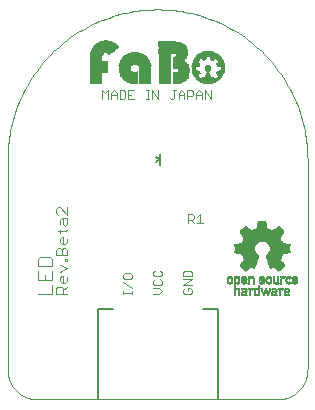
<source format=gto>
G75*
%MOIN*%
%OFA0B0*%
%FSLAX25Y25*%
%IPPOS*%
%LPD*%
%AMOC8*
5,1,8,0,0,1.08239X$1,22.5*
%
%ADD10C,0.00400*%
%ADD11C,0.00300*%
%ADD12C,0.00000*%
%ADD13C,0.00500*%
%ADD14C,0.00800*%
%ADD15R,0.00650X0.00050*%
%ADD16R,0.00950X0.00050*%
%ADD17R,0.00800X0.00050*%
%ADD18R,0.00550X0.00050*%
%ADD19R,0.00600X0.00050*%
%ADD20R,0.01750X0.00050*%
%ADD21R,0.01000X0.00050*%
%ADD22R,0.01200X0.00050*%
%ADD23R,0.01800X0.00050*%
%ADD24R,0.01350X0.00050*%
%ADD25R,0.01900X0.00050*%
%ADD26R,0.00700X0.00050*%
%ADD27R,0.01850X0.00050*%
%ADD28R,0.01500X0.00050*%
%ADD29R,0.01950X0.00050*%
%ADD30R,0.01650X0.00050*%
%ADD31R,0.00750X0.00050*%
%ADD32R,0.02000X0.00050*%
%ADD33R,0.02050X0.00050*%
%ADD34R,0.00850X0.00050*%
%ADD35R,0.02100X0.00050*%
%ADD36R,0.00900X0.00050*%
%ADD37R,0.00450X0.00050*%
%ADD38R,0.00300X0.00050*%
%ADD39R,0.00200X0.00050*%
%ADD40R,0.01050X0.00050*%
%ADD41R,0.00100X0.00050*%
%ADD42R,0.01100X0.00050*%
%ADD43R,0.01150X0.00050*%
%ADD44R,0.02200X0.00050*%
%ADD45R,0.01250X0.00050*%
%ADD46R,0.00150X0.00050*%
%ADD47R,0.00250X0.00050*%
%ADD48R,0.00500X0.00050*%
%ADD49R,0.01550X0.00050*%
%ADD50R,0.01600X0.00050*%
%ADD51R,0.01700X0.00050*%
%ADD52R,0.01400X0.00050*%
%ADD53R,0.01300X0.00050*%
%ADD54R,0.00400X0.00050*%
%ADD55R,0.01450X0.00050*%
%ADD56R,0.02150X0.00050*%
%ADD57R,0.00350X0.00050*%
%ADD58R,0.00050X0.00050*%
%ADD59R,0.02250X0.00050*%
%ADD60R,0.02400X0.00050*%
%ADD61R,0.02500X0.00050*%
%ADD62R,0.02650X0.00050*%
%ADD63R,0.02750X0.00050*%
%ADD64R,0.02900X0.00050*%
%ADD65R,0.03000X0.00050*%
%ADD66R,0.03150X0.00050*%
%ADD67R,0.03250X0.00050*%
%ADD68R,0.04600X0.00050*%
%ADD69R,0.04650X0.00050*%
%ADD70R,0.04750X0.00050*%
%ADD71R,0.04800X0.00050*%
%ADD72R,0.04900X0.00050*%
%ADD73R,0.04950X0.00050*%
%ADD74R,0.05000X0.00050*%
%ADD75R,0.05100X0.00050*%
%ADD76R,0.05150X0.00050*%
%ADD77R,0.05200X0.00050*%
%ADD78R,0.05250X0.00050*%
%ADD79R,0.05050X0.00050*%
%ADD80R,0.04850X0.00050*%
%ADD81R,0.05300X0.00050*%
%ADD82R,0.05350X0.00050*%
%ADD83R,0.05450X0.00050*%
%ADD84R,0.05500X0.00050*%
%ADD85R,0.05550X0.00050*%
%ADD86R,0.05650X0.00050*%
%ADD87R,0.05600X0.00050*%
%ADD88R,0.05400X0.00050*%
%ADD89R,0.05700X0.00050*%
%ADD90R,0.05900X0.00050*%
%ADD91R,0.06150X0.00050*%
%ADD92R,0.06350X0.00050*%
%ADD93R,0.06550X0.00050*%
%ADD94R,0.06850X0.00050*%
%ADD95R,0.07050X0.00050*%
%ADD96R,0.07100X0.00050*%
%ADD97R,0.07000X0.00050*%
%ADD98R,0.06950X0.00050*%
%ADD99R,0.06900X0.00050*%
%ADD100R,0.06800X0.00050*%
%ADD101R,0.06600X0.00050*%
%ADD102R,0.05750X0.00050*%
%ADD103R,0.06050X0.00050*%
%ADD104R,0.13050X0.00050*%
%ADD105R,0.12950X0.00050*%
%ADD106R,0.12850X0.00050*%
%ADD107R,0.12750X0.00050*%
%ADD108R,0.12650X0.00050*%
%ADD109R,0.12550X0.00050*%
%ADD110R,0.12450X0.00050*%
%ADD111R,0.12350X0.00050*%
%ADD112R,0.12250X0.00050*%
%ADD113R,0.12150X0.00050*%
%ADD114R,0.13150X0.00050*%
%ADD115R,0.13250X0.00050*%
%ADD116R,0.13350X0.00050*%
%ADD117R,0.13450X0.00050*%
%ADD118R,0.13550X0.00050*%
%ADD119R,0.13650X0.00050*%
%ADD120R,0.13750X0.00050*%
%ADD121R,0.13850X0.00050*%
%ADD122R,0.13950X0.00050*%
%ADD123R,0.14050X0.00050*%
%ADD124R,0.14150X0.00050*%
%ADD125R,0.14250X0.00050*%
%ADD126R,0.14350X0.00050*%
%ADD127R,0.14450X0.00050*%
%ADD128R,0.14550X0.00050*%
%ADD129R,0.14650X0.00050*%
%ADD130R,0.14750X0.00050*%
%ADD131R,0.14850X0.00050*%
%ADD132R,0.14950X0.00050*%
%ADD133R,0.03450X0.00050*%
%ADD134R,0.06750X0.00050*%
%ADD135R,0.03300X0.00050*%
%ADD136R,0.06450X0.00050*%
%ADD137R,0.03200X0.00050*%
%ADD138R,0.06250X0.00050*%
%ADD139R,0.03050X0.00050*%
%ADD140R,0.05950X0.00050*%
%ADD141R,0.02950X0.00050*%
%ADD142R,0.02850X0.00050*%
%ADD143R,0.02800X0.00050*%
%ADD144R,0.02700X0.00050*%
%ADD145R,0.02600X0.00050*%
%ADD146R,0.02450X0.00050*%
%ADD147R,0.02350X0.00050*%
%ADD148R,0.04550X0.00050*%
%ADD149R,0.04250X0.00050*%
%ADD150R,0.04050X0.00050*%
%ADD151R,0.03750X0.00050*%
%ADD152R,0.03650X0.00050*%
%ADD153R,0.03550X0.00050*%
%ADD154R,0.03350X0.00050*%
%ADD155R,0.01008X0.00048*%
%ADD156R,0.00672X0.00048*%
%ADD157R,0.01776X0.00048*%
%ADD158R,0.01584X0.00048*%
%ADD159R,0.02160X0.00048*%
%ADD160R,0.02208X0.00048*%
%ADD161R,0.02352X0.00048*%
%ADD162R,0.02592X0.00048*%
%ADD163R,0.04272X0.00048*%
%ADD164R,0.02544X0.00048*%
%ADD165R,0.03936X0.00048*%
%ADD166R,0.01008X0.00048*%
%ADD167R,0.02976X0.00048*%
%ADD168R,0.04320X0.00048*%
%ADD169R,0.02736X0.00048*%
%ADD170R,0.03984X0.00048*%
%ADD171R,0.04272X0.00048*%
%ADD172R,0.02016X0.00048*%
%ADD173R,0.03312X0.00048*%
%ADD174R,0.04320X0.00048*%
%ADD175R,0.02880X0.00048*%
%ADD176R,0.03984X0.00048*%
%ADD177R,0.03552X0.00048*%
%ADD178R,0.03024X0.00048*%
%ADD179R,0.02592X0.00048*%
%ADD180R,0.03840X0.00048*%
%ADD181R,0.03120X0.00048*%
%ADD182R,0.02832X0.00048*%
%ADD183R,0.04080X0.00048*%
%ADD184R,0.03216X0.00048*%
%ADD185R,0.02976X0.00048*%
%ADD186R,0.03360X0.00048*%
%ADD187R,0.04512X0.00048*%
%ADD188R,0.03456X0.00048*%
%ADD189R,0.03264X0.00048*%
%ADD190R,0.04752X0.00048*%
%ADD191R,0.04944X0.00048*%
%ADD192R,0.03648X0.00048*%
%ADD193R,0.03456X0.00048*%
%ADD194R,0.05136X0.00048*%
%ADD195R,0.03744X0.00048*%
%ADD196R,0.03552X0.00048*%
%ADD197R,0.05328X0.00048*%
%ADD198R,0.03792X0.00048*%
%ADD199R,0.05472X0.00048*%
%ADD200R,0.03888X0.00048*%
%ADD201R,0.05616X0.00048*%
%ADD202R,0.03840X0.00048*%
%ADD203R,0.05760X0.00048*%
%ADD204R,0.04032X0.00048*%
%ADD205R,0.05952X0.00048*%
%ADD206R,0.04128X0.00048*%
%ADD207R,0.06096X0.00048*%
%ADD208R,0.04176X0.00048*%
%ADD209R,0.06240X0.00048*%
%ADD210R,0.04224X0.00048*%
%ADD211R,0.06336X0.00048*%
%ADD212R,0.04176X0.00048*%
%ADD213R,0.06480X0.00048*%
%ADD214R,0.04368X0.00048*%
%ADD215R,0.04224X0.00048*%
%ADD216R,0.06624X0.00048*%
%ADD217R,0.04464X0.00048*%
%ADD218R,0.06720X0.00048*%
%ADD219R,0.04512X0.00048*%
%ADD220R,0.06864X0.00048*%
%ADD221R,0.04560X0.00048*%
%ADD222R,0.04416X0.00048*%
%ADD223R,0.07008X0.00048*%
%ADD224R,0.04608X0.00048*%
%ADD225R,0.04464X0.00048*%
%ADD226R,0.07104X0.00048*%
%ADD227R,0.04656X0.00048*%
%ADD228R,0.07200X0.00048*%
%ADD229R,0.04704X0.00048*%
%ADD230R,0.07296X0.00048*%
%ADD231R,0.07440X0.00048*%
%ADD232R,0.04800X0.00048*%
%ADD233R,0.07536X0.00048*%
%ADD234R,0.04848X0.00048*%
%ADD235R,0.04704X0.00048*%
%ADD236R,0.07632X0.00048*%
%ADD237R,0.04896X0.00048*%
%ADD238R,0.04752X0.00048*%
%ADD239R,0.07728X0.00048*%
%ADD240R,0.04944X0.00048*%
%ADD241R,0.04800X0.00048*%
%ADD242R,0.07824X0.00048*%
%ADD243R,0.04992X0.00048*%
%ADD244R,0.07920X0.00048*%
%ADD245R,0.05040X0.00048*%
%ADD246R,0.08016X0.00048*%
%ADD247R,0.05088X0.00048*%
%ADD248R,0.08064X0.00048*%
%ADD249R,0.01536X0.00048*%
%ADD250R,0.04704X0.00048*%
%ADD251R,0.05184X0.00048*%
%ADD252R,0.01536X0.00048*%
%ADD253R,0.04560X0.00048*%
%ADD254R,0.05232X0.00048*%
%ADD255R,0.05280X0.00048*%
%ADD256R,0.05280X0.00048*%
%ADD257R,0.01488X0.00048*%
%ADD258R,0.05088X0.00048*%
%ADD259R,0.01488X0.00048*%
%ADD260R,0.05376X0.00048*%
%ADD261R,0.03840X0.00048*%
%ADD262R,0.05424X0.00048*%
%ADD263R,0.05136X0.00048*%
%ADD264R,0.00576X0.00048*%
%ADD265R,0.02304X0.00048*%
%ADD266R,0.00624X0.00048*%
%ADD267R,0.05424X0.00048*%
%ADD268R,0.05184X0.00048*%
%ADD269R,0.00432X0.00048*%
%ADD270R,0.02208X0.00048*%
%ADD271R,0.01440X0.00048*%
%ADD272R,0.00288X0.00048*%
%ADD273R,0.02160X0.00048*%
%ADD274R,0.05520X0.00048*%
%ADD275R,0.05232X0.00048*%
%ADD276R,0.01440X0.00048*%
%ADD277R,0.00144X0.00048*%
%ADD278R,0.02112X0.00048*%
%ADD279R,0.00096X0.00048*%
%ADD280R,0.05568X0.00048*%
%ADD281R,0.02064X0.00048*%
%ADD282R,0.05568X0.00048*%
%ADD283R,0.01392X0.00048*%
%ADD284R,0.05616X0.00048*%
%ADD285R,0.05328X0.00048*%
%ADD286R,0.01392X0.00048*%
%ADD287R,0.02016X0.00048*%
%ADD288R,0.01968X0.00048*%
%ADD289R,0.01392X0.00048*%
%ADD290R,0.05664X0.00048*%
%ADD291R,0.01920X0.00048*%
%ADD292R,0.01344X0.00048*%
%ADD293R,0.05712X0.00048*%
%ADD294R,0.01872X0.00048*%
%ADD295R,0.05712X0.00048*%
%ADD296R,0.05376X0.00048*%
%ADD297R,0.01824X0.00048*%
%ADD298R,0.01824X0.00048*%
%ADD299R,0.05760X0.00048*%
%ADD300R,0.01776X0.00048*%
%ADD301R,0.05808X0.00048*%
%ADD302R,0.01584X0.00048*%
%ADD303R,0.01728X0.00048*%
%ADD304R,0.05808X0.00048*%
%ADD305R,0.05472X0.00048*%
%ADD306R,0.01632X0.00048*%
%ADD307R,0.01680X0.00048*%
%ADD308R,0.05856X0.00048*%
%ADD309R,0.01728X0.00048*%
%ADD310R,0.01632X0.00048*%
%ADD311R,0.01680X0.00048*%
%ADD312R,0.05856X0.00048*%
%ADD313R,0.01728X0.00048*%
%ADD314R,0.05904X0.00048*%
%ADD315R,0.05520X0.00048*%
%ADD316R,0.01920X0.00048*%
%ADD317R,0.01920X0.00048*%
%ADD318R,0.05952X0.00048*%
%ADD319R,0.01968X0.00048*%
%ADD320R,0.01440X0.00048*%
%ADD321R,0.06000X0.00048*%
%ADD322R,0.02064X0.00048*%
%ADD323R,0.06000X0.00048*%
%ADD324R,0.02112X0.00048*%
%ADD325R,0.01344X0.00048*%
%ADD326R,0.06048X0.00048*%
%ADD327R,0.01296X0.00048*%
%ADD328R,0.06048X0.00048*%
%ADD329R,0.02256X0.00048*%
%ADD330R,0.01248X0.00048*%
%ADD331R,0.02304X0.00048*%
%ADD332R,0.01200X0.00048*%
%ADD333R,0.01152X0.00048*%
%ADD334R,0.06096X0.00048*%
%ADD335R,0.02400X0.00048*%
%ADD336R,0.01152X0.00048*%
%ADD337R,0.02352X0.00048*%
%ADD338R,0.06144X0.00048*%
%ADD339R,0.02400X0.00048*%
%ADD340R,0.01104X0.00048*%
%ADD341R,0.06144X0.00048*%
%ADD342R,0.01056X0.00048*%
%ADD343R,0.06192X0.00048*%
%ADD344R,0.00960X0.00048*%
%ADD345R,0.06192X0.00048*%
%ADD346R,0.00912X0.00048*%
%ADD347R,0.00864X0.00048*%
%ADD348R,0.04896X0.00048*%
%ADD349R,0.04848X0.00048*%
%ADD350R,0.00864X0.00048*%
%ADD351R,0.00480X0.00048*%
%ADD352R,0.00816X0.00048*%
%ADD353R,0.04656X0.00048*%
%ADD354R,0.00336X0.00048*%
%ADD355R,0.04128X0.00048*%
%ADD356R,0.00768X0.00048*%
%ADD357R,0.00240X0.00048*%
%ADD358R,0.04032X0.00048*%
%ADD359R,0.00768X0.00048*%
%ADD360R,0.03936X0.00048*%
%ADD361R,0.00816X0.00048*%
%ADD362R,0.00048X0.00048*%
%ADD363R,0.03888X0.00048*%
%ADD364R,0.04416X0.00048*%
%ADD365R,0.02304X0.00048*%
%ADD366R,0.04368X0.00048*%
%ADD367R,0.03792X0.00048*%
%ADD368R,0.01440X0.00048*%
%ADD369R,0.01728X0.00048*%
%ADD370R,0.01296X0.00048*%
%ADD371R,0.01872X0.00048*%
%ADD372R,0.03744X0.00048*%
%ADD373R,0.04080X0.00048*%
%ADD374R,0.05520X0.00048*%
%ADD375R,0.04176X0.00048*%
%ADD376R,0.04176X0.00048*%
%ADD377R,0.02112X0.00048*%
%ADD378R,0.02448X0.00048*%
%ADD379R,0.02496X0.00048*%
%ADD380R,0.02496X0.00048*%
%ADD381R,0.02448X0.00048*%
%ADD382R,0.04320X0.00048*%
%ADD383R,0.02544X0.00048*%
%ADD384R,0.00528X0.00048*%
%ADD385R,0.05040X0.00048*%
%ADD386R,0.02640X0.00048*%
%ADD387R,0.04656X0.00048*%
%ADD388R,0.04992X0.00048*%
%ADD389R,0.02640X0.00048*%
%ADD390R,0.04992X0.00048*%
%ADD391R,0.10560X0.00048*%
%ADD392R,0.02688X0.00048*%
%ADD393R,0.10512X0.00048*%
%ADD394R,0.04848X0.00048*%
%ADD395R,0.10512X0.00048*%
%ADD396R,0.10464X0.00048*%
%ADD397R,0.10416X0.00048*%
%ADD398R,0.02448X0.00048*%
%ADD399R,0.10416X0.00048*%
%ADD400R,0.02448X0.00048*%
%ADD401R,0.10320X0.00048*%
%ADD402R,0.10320X0.00048*%
%ADD403R,0.02256X0.00048*%
%ADD404R,0.02256X0.00048*%
%ADD405R,0.10224X0.00048*%
%ADD406R,0.10224X0.00048*%
%ADD407R,0.10176X0.00048*%
%ADD408R,0.02112X0.00048*%
%ADD409R,0.10176X0.00048*%
%ADD410R,0.02064X0.00048*%
%ADD411R,0.10128X0.00048*%
%ADD412R,0.10080X0.00048*%
%ADD413R,0.01920X0.00048*%
%ADD414R,0.09984X0.00048*%
%ADD415R,0.03840X0.00048*%
%ADD416R,0.09984X0.00048*%
%ADD417R,0.01776X0.00048*%
%ADD418R,0.09888X0.00048*%
%ADD419R,0.03648X0.00048*%
%ADD420R,0.09888X0.00048*%
%ADD421R,0.09792X0.00048*%
%ADD422R,0.09792X0.00048*%
%ADD423R,0.03504X0.00048*%
%ADD424R,0.09744X0.00048*%
%ADD425R,0.03600X0.00048*%
%ADD426R,0.09696X0.00048*%
%ADD427R,0.00096X0.00048*%
%ADD428R,0.09648X0.00048*%
%ADD429R,0.03696X0.00048*%
%ADD430R,0.09600X0.00048*%
%ADD431R,0.00480X0.00048*%
%ADD432R,0.09552X0.00048*%
%ADD433R,0.00672X0.00048*%
%ADD434R,0.09456X0.00048*%
%ADD435R,0.09456X0.00048*%
%ADD436R,0.01056X0.00048*%
%ADD437R,0.09360X0.00048*%
%ADD438R,0.01200X0.00048*%
%ADD439R,0.09264X0.00048*%
%ADD440R,0.01248X0.00048*%
%ADD441R,0.09264X0.00048*%
%ADD442R,0.09168X0.00048*%
%ADD443R,0.01392X0.00048*%
%ADD444R,0.09120X0.00048*%
%ADD445R,0.09072X0.00048*%
%ADD446R,0.01584X0.00048*%
%ADD447R,0.08976X0.00048*%
%ADD448R,0.08928X0.00048*%
%ADD449R,0.08832X0.00048*%
%ADD450R,0.08784X0.00048*%
%ADD451R,0.08736X0.00048*%
%ADD452R,0.03792X0.00048*%
%ADD453R,0.08640X0.00048*%
%ADD454R,0.08544X0.00048*%
%ADD455R,0.08448X0.00048*%
%ADD456R,0.08400X0.00048*%
%ADD457R,0.03696X0.00048*%
%ADD458R,0.08304X0.00048*%
%ADD459R,0.08208X0.00048*%
%ADD460R,0.08112X0.00048*%
%ADD461R,0.03648X0.00048*%
%ADD462R,0.03984X0.00048*%
%ADD463R,0.07968X0.00048*%
%ADD464R,0.03600X0.00048*%
%ADD465R,0.07824X0.00048*%
%ADD466R,0.07728X0.00048*%
%ADD467R,0.03504X0.00048*%
%ADD468R,0.07632X0.00048*%
%ADD469R,0.07536X0.00048*%
%ADD470R,0.03648X0.00048*%
%ADD471R,0.08064X0.00048*%
%ADD472R,0.07440X0.00048*%
%ADD473R,0.08016X0.00048*%
%ADD474R,0.07344X0.00048*%
%ADD475R,0.07920X0.00048*%
%ADD476R,0.07248X0.00048*%
%ADD477R,0.07152X0.00048*%
%ADD478R,0.06960X0.00048*%
%ADD479R,0.06864X0.00048*%
%ADD480R,0.06720X0.00048*%
%ADD481R,0.06576X0.00048*%
%ADD482R,0.06480X0.00048*%
%ADD483R,0.07200X0.00048*%
%ADD484R,0.07104X0.00048*%
%ADD485R,0.04320X0.00048*%
%ADD486R,0.06192X0.00048*%
%ADD487R,0.07008X0.00048*%
%ADD488R,0.00192X0.00048*%
%ADD489R,0.06048X0.00048*%
%ADD490R,0.00384X0.00048*%
%ADD491R,0.05712X0.00048*%
%ADD492R,0.06336X0.00048*%
%ADD493R,0.06240X0.00048*%
%ADD494R,0.04128X0.00048*%
%ADD495R,0.03984X0.00048*%
%ADD496R,0.04512X0.00048*%
%ADD497R,0.09744X0.00048*%
%ADD498R,0.02976X0.00048*%
%ADD499R,0.07248X0.00048*%
%ADD500R,0.07344X0.00048*%
%ADD501R,0.07488X0.00048*%
%ADD502R,0.07488X0.00048*%
%ADD503R,0.07584X0.00048*%
%ADD504R,0.07680X0.00048*%
%ADD505R,0.00624X0.00048*%
%ADD506R,0.07872X0.00048*%
%ADD507R,0.09696X0.00048*%
%ADD508R,0.07920X0.00048*%
%ADD509R,0.07968X0.00048*%
%ADD510R,0.08064X0.00048*%
%ADD511R,0.08160X0.00048*%
%ADD512R,0.08160X0.00048*%
%ADD513R,0.09648X0.00048*%
%ADD514R,0.08208X0.00048*%
%ADD515R,0.08256X0.00048*%
%ADD516R,0.08304X0.00048*%
%ADD517R,0.09600X0.00048*%
%ADD518R,0.08352X0.00048*%
%ADD519R,0.08400X0.00048*%
%ADD520R,0.08448X0.00048*%
%ADD521R,0.09552X0.00048*%
%ADD522R,0.08448X0.00048*%
%ADD523R,0.08496X0.00048*%
%ADD524R,0.09504X0.00048*%
%ADD525R,0.08592X0.00048*%
%ADD526R,0.09504X0.00048*%
%ADD527R,0.08640X0.00048*%
%ADD528R,0.08688X0.00048*%
%ADD529R,0.09408X0.00048*%
%ADD530R,0.08688X0.00048*%
%ADD531R,0.08592X0.00048*%
%ADD532R,0.08544X0.00048*%
%ADD533R,0.09360X0.00048*%
%ADD534R,0.08448X0.00048*%
%ADD535R,0.09312X0.00048*%
%ADD536R,0.08352X0.00048*%
%ADD537R,0.09312X0.00048*%
%ADD538R,0.08256X0.00048*%
%ADD539R,0.08256X0.00048*%
%ADD540R,0.09216X0.00048*%
%ADD541R,0.09168X0.00048*%
%ADD542R,0.07776X0.00048*%
%ADD543R,0.09024X0.00048*%
%ADD544R,0.07680X0.00048*%
%ADD545R,0.09024X0.00048*%
%ADD546R,0.07584X0.00048*%
%ADD547R,0.07392X0.00048*%
%ADD548R,0.08880X0.00048*%
%ADD549R,0.07296X0.00048*%
%ADD550R,0.08832X0.00048*%
%ADD551R,0.08784X0.00048*%
%ADD552R,0.07104X0.00048*%
%ADD553R,0.06912X0.00048*%
%ADD554R,0.06768X0.00048*%
%ADD555R,0.06624X0.00048*%
%ADD556R,0.06528X0.00048*%
%ADD557R,0.06384X0.00048*%
%ADD558R,0.06240X0.00048*%
%ADD559R,0.05856X0.00048*%
%ADD560R,0.05184X0.00048*%
%ADD561R,0.06912X0.00048*%
%ADD562R,0.06288X0.00048*%
%ADD563R,0.03456X0.00048*%
%ADD564R,0.03120X0.00048*%
%ADD565R,0.02784X0.00048*%
D10*
X0016996Y0059206D02*
X0021600Y0059206D01*
X0021600Y0062275D01*
X0021600Y0063810D02*
X0021600Y0066879D01*
X0021600Y0068414D02*
X0021600Y0070716D01*
X0020833Y0071483D01*
X0017763Y0071483D01*
X0016996Y0070716D01*
X0016996Y0068414D01*
X0021600Y0068414D01*
X0019298Y0065344D02*
X0019298Y0063810D01*
X0016996Y0063810D02*
X0016996Y0066879D01*
X0016996Y0063810D02*
X0021600Y0063810D01*
D11*
X0023564Y0061625D02*
X0024798Y0061625D01*
X0025416Y0061007D01*
X0025416Y0059156D01*
X0026650Y0059156D02*
X0022947Y0059156D01*
X0022947Y0061007D01*
X0023564Y0061625D01*
X0024798Y0062839D02*
X0024181Y0063456D01*
X0024181Y0064691D01*
X0024798Y0065308D01*
X0025416Y0065308D01*
X0025416Y0062839D01*
X0026033Y0062839D02*
X0024798Y0062839D01*
X0026033Y0062839D02*
X0026650Y0063456D01*
X0026650Y0064691D01*
X0026650Y0067757D02*
X0024181Y0068991D01*
X0026033Y0070205D02*
X0026033Y0070823D01*
X0026650Y0070823D01*
X0026650Y0070205D01*
X0026033Y0070205D01*
X0026650Y0072047D02*
X0026650Y0073898D01*
X0026033Y0074516D01*
X0025416Y0074516D01*
X0024798Y0073898D01*
X0024798Y0072047D01*
X0022947Y0072047D02*
X0022947Y0073898D01*
X0023564Y0074516D01*
X0024181Y0074516D01*
X0024798Y0073898D01*
X0022947Y0072047D02*
X0026650Y0072047D01*
X0026650Y0067757D02*
X0024181Y0066522D01*
X0026650Y0061625D02*
X0025416Y0060390D01*
X0025416Y0075730D02*
X0025416Y0078199D01*
X0024798Y0078199D01*
X0024181Y0077582D01*
X0024181Y0076347D01*
X0024798Y0075730D01*
X0026033Y0075730D01*
X0026650Y0076347D01*
X0026650Y0077582D01*
X0026033Y0080030D02*
X0026650Y0080648D01*
X0026033Y0080030D02*
X0023564Y0080030D01*
X0024181Y0079413D02*
X0024181Y0080648D01*
X0024181Y0082486D02*
X0024181Y0083720D01*
X0024798Y0084337D01*
X0026650Y0084337D01*
X0026650Y0082486D01*
X0026033Y0081869D01*
X0025416Y0082486D01*
X0025416Y0084337D01*
X0026650Y0085552D02*
X0024181Y0088021D01*
X0023564Y0088021D01*
X0022947Y0087403D01*
X0022947Y0086169D01*
X0023564Y0085552D01*
X0026650Y0085552D02*
X0026650Y0088021D01*
X0045831Y0066002D02*
X0045348Y0065518D01*
X0045348Y0064551D01*
X0045831Y0064067D01*
X0047766Y0064067D01*
X0048250Y0064551D01*
X0048250Y0065518D01*
X0047766Y0066002D01*
X0045831Y0066002D01*
X0045348Y0063055D02*
X0048250Y0061120D01*
X0048250Y0060123D02*
X0048250Y0059156D01*
X0048250Y0059640D02*
X0045348Y0059640D01*
X0045348Y0060123D02*
X0045348Y0059156D01*
X0055348Y0059156D02*
X0057283Y0059156D01*
X0058250Y0060123D01*
X0057283Y0061091D01*
X0055348Y0061091D01*
X0055831Y0062102D02*
X0055348Y0062586D01*
X0055348Y0063554D01*
X0055831Y0064037D01*
X0055831Y0065049D02*
X0055348Y0065533D01*
X0055348Y0066500D01*
X0055831Y0066984D01*
X0055831Y0065049D02*
X0057766Y0065049D01*
X0058250Y0065533D01*
X0058250Y0066500D01*
X0057766Y0066984D01*
X0057766Y0064037D02*
X0058250Y0063554D01*
X0058250Y0062586D01*
X0057766Y0062102D01*
X0055831Y0062102D01*
X0065348Y0062102D02*
X0068250Y0064037D01*
X0065348Y0064037D01*
X0065348Y0065049D02*
X0065348Y0066500D01*
X0065831Y0066984D01*
X0067766Y0066984D01*
X0068250Y0066500D01*
X0068250Y0065049D01*
X0065348Y0065049D01*
X0065348Y0062102D02*
X0068250Y0062102D01*
X0067766Y0061091D02*
X0066799Y0061091D01*
X0066799Y0060123D01*
X0067766Y0059156D02*
X0065831Y0059156D01*
X0065348Y0059640D01*
X0065348Y0060607D01*
X0065831Y0061091D01*
X0067766Y0061091D02*
X0068250Y0060607D01*
X0068250Y0059640D01*
X0067766Y0059156D01*
X0066950Y0082906D02*
X0066950Y0085808D01*
X0068401Y0085808D01*
X0068885Y0085325D01*
X0068885Y0084357D01*
X0068401Y0083873D01*
X0066950Y0083873D01*
X0067917Y0083873D02*
X0068885Y0082906D01*
X0069897Y0082906D02*
X0071831Y0082906D01*
X0070864Y0082906D02*
X0070864Y0085808D01*
X0069897Y0084841D01*
X0069718Y0124156D02*
X0069718Y0126091D01*
X0070686Y0127058D01*
X0071653Y0126091D01*
X0071653Y0124156D01*
X0072665Y0124156D02*
X0072665Y0127058D01*
X0074600Y0124156D01*
X0074600Y0127058D01*
X0071653Y0125607D02*
X0069718Y0125607D01*
X0068707Y0125607D02*
X0068223Y0125123D01*
X0066772Y0125123D01*
X0066772Y0124156D02*
X0066772Y0127058D01*
X0068223Y0127058D01*
X0068707Y0126575D01*
X0068707Y0125607D01*
X0065760Y0125607D02*
X0063825Y0125607D01*
X0063825Y0126091D02*
X0064793Y0127058D01*
X0065760Y0126091D01*
X0065760Y0124156D01*
X0063825Y0124156D02*
X0063825Y0126091D01*
X0062814Y0127058D02*
X0061846Y0127058D01*
X0062330Y0127058D02*
X0062330Y0124640D01*
X0061846Y0124156D01*
X0061362Y0124156D01*
X0060879Y0124640D01*
X0056921Y0124156D02*
X0056921Y0127058D01*
X0054986Y0127058D02*
X0054986Y0124156D01*
X0053989Y0124156D02*
X0053021Y0124156D01*
X0053505Y0124156D02*
X0053505Y0127058D01*
X0053021Y0127058D02*
X0053989Y0127058D01*
X0054986Y0127058D02*
X0056921Y0124156D01*
X0049063Y0124156D02*
X0047128Y0124156D01*
X0047128Y0127058D01*
X0049063Y0127058D01*
X0048096Y0125607D02*
X0047128Y0125607D01*
X0046117Y0124640D02*
X0046117Y0126575D01*
X0045633Y0127058D01*
X0044182Y0127058D01*
X0044182Y0124156D01*
X0045633Y0124156D01*
X0046117Y0124640D01*
X0043170Y0124156D02*
X0043170Y0126091D01*
X0042203Y0127058D01*
X0041235Y0126091D01*
X0041235Y0124156D01*
X0040224Y0124156D02*
X0040224Y0127058D01*
X0039256Y0126091D01*
X0038289Y0127058D01*
X0038289Y0124156D01*
X0041235Y0125607D02*
X0043170Y0125607D01*
D12*
X0016800Y0024006D02*
X0096800Y0024006D01*
X0097042Y0024009D01*
X0097283Y0024018D01*
X0097524Y0024032D01*
X0097765Y0024053D01*
X0098005Y0024079D01*
X0098245Y0024111D01*
X0098484Y0024149D01*
X0098721Y0024192D01*
X0098958Y0024242D01*
X0099193Y0024297D01*
X0099427Y0024357D01*
X0099659Y0024424D01*
X0099890Y0024495D01*
X0100119Y0024573D01*
X0100346Y0024656D01*
X0100571Y0024744D01*
X0100794Y0024838D01*
X0101014Y0024937D01*
X0101232Y0025042D01*
X0101447Y0025151D01*
X0101660Y0025266D01*
X0101870Y0025386D01*
X0102076Y0025511D01*
X0102280Y0025641D01*
X0102481Y0025776D01*
X0102678Y0025916D01*
X0102872Y0026060D01*
X0103062Y0026209D01*
X0103248Y0026363D01*
X0103431Y0026521D01*
X0103610Y0026683D01*
X0103785Y0026850D01*
X0103956Y0027021D01*
X0104123Y0027196D01*
X0104285Y0027375D01*
X0104443Y0027558D01*
X0104597Y0027744D01*
X0104746Y0027934D01*
X0104890Y0028128D01*
X0105030Y0028325D01*
X0105165Y0028526D01*
X0105295Y0028730D01*
X0105420Y0028936D01*
X0105540Y0029146D01*
X0105655Y0029359D01*
X0105764Y0029574D01*
X0105869Y0029792D01*
X0105968Y0030012D01*
X0106062Y0030235D01*
X0106150Y0030460D01*
X0106233Y0030687D01*
X0106311Y0030916D01*
X0106382Y0031147D01*
X0106449Y0031379D01*
X0106509Y0031613D01*
X0106564Y0031848D01*
X0106614Y0032085D01*
X0106657Y0032322D01*
X0106695Y0032561D01*
X0106727Y0032801D01*
X0106753Y0033041D01*
X0106774Y0033282D01*
X0106788Y0033523D01*
X0106797Y0033764D01*
X0106800Y0034006D01*
X0106800Y0104006D01*
X0106785Y0105224D01*
X0106741Y0106440D01*
X0106667Y0107656D01*
X0106563Y0108869D01*
X0106430Y0110079D01*
X0106267Y0111286D01*
X0106075Y0112488D01*
X0105854Y0113686D01*
X0105604Y0114878D01*
X0105325Y0116063D01*
X0105017Y0117241D01*
X0104680Y0118411D01*
X0104315Y0119573D01*
X0103922Y0120725D01*
X0103501Y0121868D01*
X0103052Y0122999D01*
X0102576Y0124120D01*
X0102072Y0125229D01*
X0101542Y0126325D01*
X0100985Y0127408D01*
X0100402Y0128477D01*
X0099794Y0129531D01*
X0099159Y0130571D01*
X0098500Y0131594D01*
X0097816Y0132602D01*
X0097107Y0133592D01*
X0096375Y0134565D01*
X0095619Y0135519D01*
X0094840Y0136455D01*
X0094039Y0137372D01*
X0093215Y0138269D01*
X0092370Y0139145D01*
X0091504Y0140001D01*
X0090617Y0140836D01*
X0089710Y0141648D01*
X0088784Y0142438D01*
X0087838Y0143206D01*
X0086875Y0143950D01*
X0085893Y0144670D01*
X0084894Y0145367D01*
X0083879Y0146039D01*
X0082847Y0146686D01*
X0081800Y0147307D01*
X0080738Y0147903D01*
X0079662Y0148473D01*
X0078573Y0149017D01*
X0077470Y0149533D01*
X0076355Y0150023D01*
X0075229Y0150486D01*
X0074092Y0150921D01*
X0072944Y0151328D01*
X0071787Y0151707D01*
X0070621Y0152058D01*
X0069447Y0152380D01*
X0068265Y0152674D01*
X0067076Y0152939D01*
X0065882Y0153174D01*
X0064682Y0153381D01*
X0063477Y0153558D01*
X0062269Y0153706D01*
X0061057Y0153824D01*
X0059842Y0153913D01*
X0058626Y0153973D01*
X0057409Y0154002D01*
X0056191Y0154002D01*
X0054974Y0153973D01*
X0053758Y0153913D01*
X0052543Y0153824D01*
X0051331Y0153706D01*
X0050123Y0153558D01*
X0048918Y0153381D01*
X0047718Y0153174D01*
X0046524Y0152939D01*
X0045335Y0152674D01*
X0044153Y0152380D01*
X0042979Y0152058D01*
X0041813Y0151707D01*
X0040656Y0151328D01*
X0039508Y0150921D01*
X0038371Y0150486D01*
X0037245Y0150023D01*
X0036130Y0149533D01*
X0035027Y0149017D01*
X0033938Y0148473D01*
X0032862Y0147903D01*
X0031800Y0147307D01*
X0030753Y0146686D01*
X0029721Y0146039D01*
X0028706Y0145367D01*
X0027707Y0144670D01*
X0026725Y0143950D01*
X0025762Y0143206D01*
X0024816Y0142438D01*
X0023890Y0141648D01*
X0022983Y0140836D01*
X0022096Y0140001D01*
X0021230Y0139145D01*
X0020385Y0138269D01*
X0019561Y0137372D01*
X0018760Y0136455D01*
X0017981Y0135519D01*
X0017225Y0134565D01*
X0016493Y0133592D01*
X0015784Y0132602D01*
X0015100Y0131594D01*
X0014441Y0130571D01*
X0013806Y0129531D01*
X0013198Y0128477D01*
X0012615Y0127408D01*
X0012058Y0126325D01*
X0011528Y0125229D01*
X0011024Y0124120D01*
X0010548Y0122999D01*
X0010099Y0121868D01*
X0009678Y0120725D01*
X0009285Y0119573D01*
X0008920Y0118411D01*
X0008583Y0117241D01*
X0008275Y0116063D01*
X0007996Y0114878D01*
X0007746Y0113686D01*
X0007525Y0112488D01*
X0007333Y0111286D01*
X0007170Y0110079D01*
X0007037Y0108869D01*
X0006933Y0107656D01*
X0006859Y0106440D01*
X0006815Y0105224D01*
X0006800Y0104006D01*
X0006800Y0034006D01*
X0006803Y0033764D01*
X0006812Y0033523D01*
X0006826Y0033282D01*
X0006847Y0033041D01*
X0006873Y0032801D01*
X0006905Y0032561D01*
X0006943Y0032322D01*
X0006986Y0032085D01*
X0007036Y0031848D01*
X0007091Y0031613D01*
X0007151Y0031379D01*
X0007218Y0031147D01*
X0007289Y0030916D01*
X0007367Y0030687D01*
X0007450Y0030460D01*
X0007538Y0030235D01*
X0007632Y0030012D01*
X0007731Y0029792D01*
X0007836Y0029574D01*
X0007945Y0029359D01*
X0008060Y0029146D01*
X0008180Y0028936D01*
X0008305Y0028730D01*
X0008435Y0028526D01*
X0008570Y0028325D01*
X0008710Y0028128D01*
X0008854Y0027934D01*
X0009003Y0027744D01*
X0009157Y0027558D01*
X0009315Y0027375D01*
X0009477Y0027196D01*
X0009644Y0027021D01*
X0009815Y0026850D01*
X0009990Y0026683D01*
X0010169Y0026521D01*
X0010352Y0026363D01*
X0010538Y0026209D01*
X0010728Y0026060D01*
X0010922Y0025916D01*
X0011119Y0025776D01*
X0011320Y0025641D01*
X0011524Y0025511D01*
X0011730Y0025386D01*
X0011940Y0025266D01*
X0012153Y0025151D01*
X0012368Y0025042D01*
X0012586Y0024937D01*
X0012806Y0024838D01*
X0013029Y0024744D01*
X0013254Y0024656D01*
X0013481Y0024573D01*
X0013710Y0024495D01*
X0013941Y0024424D01*
X0014173Y0024357D01*
X0014407Y0024297D01*
X0014642Y0024242D01*
X0014879Y0024192D01*
X0015116Y0024149D01*
X0015355Y0024111D01*
X0015595Y0024079D01*
X0015835Y0024053D01*
X0016076Y0024032D01*
X0016317Y0024018D01*
X0016558Y0024009D01*
X0016800Y0024006D01*
D13*
X0036800Y0024006D02*
X0036800Y0054006D01*
X0041800Y0054006D01*
X0071800Y0054006D02*
X0076800Y0054006D01*
X0076800Y0024006D01*
D14*
X0057469Y0102195D02*
X0057469Y0104006D01*
X0056249Y0103085D01*
X0057469Y0104006D02*
X0057469Y0105817D01*
X0056249Y0104866D02*
X0057409Y0104106D01*
D15*
X0082625Y0064781D03*
X0082625Y0064731D03*
X0082625Y0063881D03*
X0082625Y0063831D03*
X0082625Y0063781D03*
X0082625Y0063731D03*
X0082625Y0063681D03*
X0082625Y0063631D03*
X0082625Y0063581D03*
X0082625Y0063531D03*
X0082625Y0063481D03*
X0082625Y0063431D03*
X0082625Y0063381D03*
X0082625Y0063331D03*
X0082625Y0063281D03*
X0082625Y0063231D03*
X0082625Y0063181D03*
X0082625Y0062331D03*
X0082625Y0062281D03*
X0082625Y0062231D03*
X0082625Y0062181D03*
X0082625Y0062131D03*
X0082625Y0062081D03*
X0082625Y0062031D03*
X0082625Y0061981D03*
X0082625Y0061931D03*
X0082625Y0061881D03*
X0082625Y0061831D03*
X0082625Y0061781D03*
X0082625Y0061731D03*
X0082625Y0061681D03*
X0082625Y0061631D03*
X0082625Y0061581D03*
X0082625Y0061531D03*
X0082625Y0061481D03*
X0082625Y0061431D03*
X0082625Y0061381D03*
X0082625Y0061331D03*
X0082625Y0061281D03*
X0082625Y0061231D03*
X0082625Y0061181D03*
X0082625Y0061131D03*
X0082625Y0061081D03*
X0082625Y0061031D03*
X0082625Y0060981D03*
X0082625Y0060931D03*
X0082625Y0060881D03*
X0082625Y0060831D03*
X0082625Y0060031D03*
X0082625Y0059981D03*
X0082625Y0059931D03*
X0082625Y0059881D03*
X0082625Y0059831D03*
X0082625Y0059781D03*
X0082625Y0059731D03*
X0082625Y0059681D03*
X0082625Y0059631D03*
X0082625Y0059581D03*
X0082625Y0059531D03*
X0082625Y0059481D03*
X0082625Y0059431D03*
X0082625Y0059381D03*
X0082625Y0059331D03*
X0082625Y0059281D03*
X0082625Y0059231D03*
X0082625Y0059181D03*
X0082625Y0059131D03*
X0082625Y0059081D03*
X0082625Y0059031D03*
X0082625Y0058981D03*
X0082625Y0058931D03*
X0082625Y0058881D03*
X0082625Y0058831D03*
X0082625Y0058781D03*
X0082625Y0058731D03*
X0082625Y0058681D03*
X0082625Y0058631D03*
X0082625Y0058581D03*
X0082625Y0058531D03*
X0082625Y0058481D03*
X0082625Y0058431D03*
X0082625Y0058381D03*
X0084075Y0058381D03*
X0084075Y0058431D03*
X0084075Y0058481D03*
X0084075Y0058531D03*
X0084075Y0058581D03*
X0084075Y0058631D03*
X0084075Y0058681D03*
X0084075Y0058731D03*
X0084075Y0058781D03*
X0084075Y0058831D03*
X0084075Y0058881D03*
X0084075Y0058931D03*
X0084075Y0058981D03*
X0084075Y0059031D03*
X0084075Y0059081D03*
X0084075Y0059131D03*
X0084075Y0059181D03*
X0084075Y0059231D03*
X0084075Y0059281D03*
X0084075Y0059331D03*
X0084075Y0059381D03*
X0084075Y0059431D03*
X0084075Y0059481D03*
X0084075Y0059531D03*
X0084075Y0059581D03*
X0084075Y0059631D03*
X0084075Y0059681D03*
X0084075Y0059731D03*
X0084075Y0059781D03*
X0084075Y0059831D03*
X0084075Y0059881D03*
X0084075Y0059931D03*
X0084075Y0059981D03*
X0084075Y0060031D03*
X0084075Y0060081D03*
X0084975Y0059281D03*
X0084975Y0058981D03*
X0086425Y0059031D03*
X0086425Y0059081D03*
X0086425Y0059131D03*
X0086425Y0059181D03*
X0086425Y0059231D03*
X0086425Y0059281D03*
X0086425Y0059331D03*
X0086425Y0059931D03*
X0086425Y0059981D03*
X0086425Y0060031D03*
X0086425Y0060081D03*
X0086425Y0060131D03*
X0086425Y0060181D03*
X0086425Y0060231D03*
X0087475Y0059981D03*
X0087475Y0059931D03*
X0087475Y0059881D03*
X0087475Y0059831D03*
X0087475Y0059781D03*
X0087475Y0059731D03*
X0087475Y0059681D03*
X0087475Y0059631D03*
X0087475Y0059581D03*
X0087475Y0059531D03*
X0087475Y0059481D03*
X0087475Y0059431D03*
X0087475Y0059381D03*
X0087475Y0059331D03*
X0087475Y0059281D03*
X0087475Y0059231D03*
X0087475Y0059181D03*
X0087475Y0059131D03*
X0087475Y0059081D03*
X0087475Y0059031D03*
X0087475Y0058981D03*
X0087475Y0058931D03*
X0087475Y0058881D03*
X0087475Y0058831D03*
X0087475Y0058781D03*
X0087475Y0058731D03*
X0087475Y0058681D03*
X0087475Y0058631D03*
X0087475Y0058581D03*
X0087475Y0058531D03*
X0087475Y0058481D03*
X0087475Y0058431D03*
X0087475Y0058381D03*
X0086425Y0058381D03*
X0087475Y0060781D03*
X0087475Y0060831D03*
X0087475Y0060881D03*
X0089175Y0060031D03*
X0089175Y0059981D03*
X0089175Y0059931D03*
X0089175Y0059881D03*
X0089175Y0059831D03*
X0089175Y0059781D03*
X0089175Y0059731D03*
X0089175Y0059681D03*
X0089175Y0059631D03*
X0089175Y0059581D03*
X0089175Y0059531D03*
X0089175Y0059481D03*
X0089175Y0059431D03*
X0089175Y0059381D03*
X0089175Y0059331D03*
X0089175Y0059281D03*
X0089175Y0059231D03*
X0090625Y0059231D03*
X0090625Y0059281D03*
X0090625Y0059331D03*
X0090625Y0059381D03*
X0090625Y0059431D03*
X0090625Y0059481D03*
X0090625Y0059531D03*
X0090625Y0059581D03*
X0090625Y0059631D03*
X0090625Y0059681D03*
X0090625Y0059731D03*
X0090625Y0059781D03*
X0090625Y0059831D03*
X0090625Y0059881D03*
X0090625Y0059931D03*
X0090625Y0059981D03*
X0090625Y0060031D03*
X0090625Y0060831D03*
X0090625Y0060881D03*
X0090625Y0060931D03*
X0090625Y0060981D03*
X0090625Y0061031D03*
X0090625Y0061081D03*
X0090625Y0061131D03*
X0090625Y0061181D03*
X0090625Y0061231D03*
X0090625Y0061281D03*
X0090625Y0061331D03*
X0090625Y0061381D03*
X0090625Y0061431D03*
X0090625Y0061481D03*
X0090625Y0061531D03*
X0090625Y0061581D03*
X0090625Y0061631D03*
X0090625Y0061681D03*
X0090625Y0061731D03*
X0090625Y0061781D03*
X0090625Y0061831D03*
X0090625Y0061881D03*
X0091575Y0062231D03*
X0090875Y0062881D03*
X0090875Y0063981D03*
X0090875Y0064031D03*
X0090875Y0064081D03*
X0090875Y0064131D03*
X0090925Y0064181D03*
X0091575Y0064831D03*
X0093125Y0063931D03*
X0093125Y0063881D03*
X0093125Y0063831D03*
X0093125Y0063781D03*
X0093125Y0063731D03*
X0093125Y0063681D03*
X0093125Y0063631D03*
X0093125Y0063581D03*
X0093125Y0063531D03*
X0093125Y0063481D03*
X0093125Y0063431D03*
X0093125Y0063381D03*
X0093125Y0063331D03*
X0093125Y0063281D03*
X0093125Y0063231D03*
X0093125Y0063181D03*
X0093125Y0063131D03*
X0093175Y0063081D03*
X0093175Y0063031D03*
X0092325Y0063031D03*
X0092325Y0063081D03*
X0092325Y0063131D03*
X0092325Y0062981D03*
X0093175Y0063981D03*
X0093175Y0064031D03*
X0094625Y0063981D03*
X0094625Y0063931D03*
X0094625Y0063881D03*
X0094625Y0063831D03*
X0094675Y0063631D03*
X0094675Y0063581D03*
X0094675Y0063531D03*
X0094675Y0063481D03*
X0094675Y0063431D03*
X0094625Y0063231D03*
X0094625Y0063181D03*
X0094625Y0063131D03*
X0094625Y0063081D03*
X0095575Y0063181D03*
X0095575Y0063231D03*
X0095575Y0063281D03*
X0095575Y0063331D03*
X0095575Y0063381D03*
X0095575Y0063431D03*
X0095575Y0063481D03*
X0095575Y0063531D03*
X0095575Y0063581D03*
X0095575Y0063631D03*
X0095575Y0063681D03*
X0095575Y0063731D03*
X0095575Y0063781D03*
X0095575Y0063831D03*
X0095575Y0063881D03*
X0095575Y0063931D03*
X0095575Y0063981D03*
X0095575Y0064031D03*
X0095575Y0064081D03*
X0095575Y0064131D03*
X0095575Y0064181D03*
X0095575Y0064231D03*
X0095575Y0064281D03*
X0095575Y0064331D03*
X0095575Y0064381D03*
X0095575Y0064431D03*
X0095575Y0064481D03*
X0095575Y0064531D03*
X0095575Y0064581D03*
X0095575Y0064631D03*
X0095575Y0064681D03*
X0095575Y0064731D03*
X0095575Y0064781D03*
X0097075Y0064781D03*
X0097075Y0064731D03*
X0097075Y0064681D03*
X0097075Y0064631D03*
X0097075Y0064581D03*
X0097075Y0064531D03*
X0097075Y0064481D03*
X0097075Y0064431D03*
X0097075Y0064381D03*
X0097075Y0064331D03*
X0097075Y0064281D03*
X0097075Y0064231D03*
X0097075Y0064181D03*
X0097075Y0064131D03*
X0097075Y0064081D03*
X0097075Y0064031D03*
X0097075Y0063981D03*
X0097075Y0063931D03*
X0097075Y0063881D03*
X0097075Y0063831D03*
X0097075Y0063781D03*
X0097075Y0063731D03*
X0097075Y0063681D03*
X0097075Y0063631D03*
X0097075Y0063581D03*
X0097075Y0063531D03*
X0097075Y0063481D03*
X0097075Y0063431D03*
X0097075Y0063381D03*
X0097075Y0063331D03*
X0097075Y0063281D03*
X0097075Y0063231D03*
X0097075Y0063181D03*
X0097075Y0062331D03*
X0097075Y0062281D03*
X0098125Y0062281D03*
X0098125Y0062331D03*
X0098125Y0062381D03*
X0098125Y0062431D03*
X0098125Y0062481D03*
X0098125Y0062531D03*
X0098125Y0062581D03*
X0098125Y0062631D03*
X0098125Y0062681D03*
X0098125Y0062731D03*
X0098125Y0062781D03*
X0098125Y0062831D03*
X0098125Y0062881D03*
X0098125Y0062931D03*
X0098125Y0062981D03*
X0098125Y0063031D03*
X0098125Y0063081D03*
X0098125Y0063131D03*
X0098125Y0063181D03*
X0098125Y0063231D03*
X0098125Y0063281D03*
X0098125Y0063331D03*
X0098125Y0063381D03*
X0098125Y0063431D03*
X0098125Y0063481D03*
X0098125Y0063531D03*
X0098125Y0063581D03*
X0098125Y0063631D03*
X0098125Y0063681D03*
X0098125Y0063731D03*
X0098125Y0063781D03*
X0098125Y0063831D03*
X0098125Y0063881D03*
X0098125Y0063931D03*
X0098125Y0063981D03*
X0098125Y0064731D03*
X0098125Y0064781D03*
X0099775Y0063931D03*
X0099775Y0063881D03*
X0099725Y0063831D03*
X0099725Y0063781D03*
X0099725Y0063731D03*
X0099725Y0063681D03*
X0099725Y0063631D03*
X0099725Y0063581D03*
X0099725Y0063531D03*
X0099725Y0063481D03*
X0099725Y0063431D03*
X0099725Y0063381D03*
X0099725Y0063331D03*
X0099725Y0063281D03*
X0099725Y0063231D03*
X0099775Y0063181D03*
X0099775Y0063131D03*
X0101875Y0063181D03*
X0101875Y0063231D03*
X0101925Y0063081D03*
X0101925Y0063031D03*
X0101875Y0063831D03*
X0101875Y0063881D03*
X0101925Y0064031D03*
X0101975Y0064131D03*
X0103325Y0064081D03*
X0103325Y0064031D03*
X0103175Y0062831D03*
X0100675Y0060081D03*
X0100675Y0060031D03*
X0100675Y0059981D03*
X0100675Y0059931D03*
X0099275Y0060181D03*
X0099225Y0060131D03*
X0099225Y0060081D03*
X0099175Y0059331D03*
X0099225Y0059181D03*
X0099225Y0059131D03*
X0099275Y0059081D03*
X0097475Y0059081D03*
X0097475Y0059131D03*
X0097475Y0059181D03*
X0097475Y0059231D03*
X0097475Y0059281D03*
X0097475Y0059331D03*
X0097475Y0059381D03*
X0097475Y0059431D03*
X0097475Y0059481D03*
X0097475Y0059531D03*
X0097475Y0059581D03*
X0097475Y0059631D03*
X0097475Y0059681D03*
X0097475Y0059731D03*
X0097475Y0059781D03*
X0097475Y0059831D03*
X0097475Y0059881D03*
X0097475Y0059931D03*
X0097475Y0060781D03*
X0097475Y0060831D03*
X0097475Y0060881D03*
X0096425Y0060231D03*
X0096425Y0060181D03*
X0096425Y0060131D03*
X0096425Y0059931D03*
X0096425Y0059231D03*
X0096425Y0059181D03*
X0096425Y0059131D03*
X0096425Y0059081D03*
X0096425Y0059031D03*
X0097475Y0059031D03*
X0097475Y0058981D03*
X0097475Y0058931D03*
X0097475Y0058881D03*
X0097475Y0058831D03*
X0097475Y0058781D03*
X0097475Y0058731D03*
X0097475Y0058681D03*
X0097475Y0058631D03*
X0097475Y0058581D03*
X0097475Y0058531D03*
X0097475Y0058481D03*
X0097475Y0058431D03*
X0097475Y0058381D03*
X0094975Y0058981D03*
X0094975Y0059031D03*
X0094975Y0059281D03*
X0094025Y0059581D03*
X0094075Y0059731D03*
X0094075Y0059781D03*
X0094125Y0059931D03*
X0094175Y0060081D03*
X0094175Y0060131D03*
X0094225Y0060231D03*
X0094225Y0060281D03*
X0094225Y0060331D03*
X0094275Y0060381D03*
X0094275Y0060431D03*
X0094275Y0060481D03*
X0094325Y0060531D03*
X0094325Y0060581D03*
X0094325Y0060631D03*
X0094375Y0060731D03*
X0094375Y0060781D03*
X0093675Y0058481D03*
X0092175Y0058481D03*
X0092175Y0058531D03*
X0091775Y0059681D03*
X0091725Y0059831D03*
X0091675Y0059981D03*
X0091675Y0060031D03*
X0091625Y0060131D03*
X0091625Y0060181D03*
X0091625Y0060231D03*
X0091575Y0060281D03*
X0091575Y0060331D03*
X0091575Y0060381D03*
X0091525Y0060431D03*
X0091525Y0060481D03*
X0091525Y0060531D03*
X0091475Y0060631D03*
X0091475Y0060681D03*
X0091475Y0060731D03*
X0091425Y0060831D03*
X0091425Y0060881D03*
X0092925Y0060631D03*
X0090625Y0058431D03*
X0090625Y0058381D03*
X0088875Y0062231D03*
X0088875Y0062281D03*
X0088875Y0062331D03*
X0088875Y0062381D03*
X0088875Y0062431D03*
X0088875Y0062481D03*
X0088875Y0062531D03*
X0088875Y0062581D03*
X0088875Y0062631D03*
X0088875Y0062681D03*
X0088875Y0062731D03*
X0088875Y0062781D03*
X0088875Y0062831D03*
X0088875Y0062881D03*
X0088875Y0062931D03*
X0088875Y0062981D03*
X0088875Y0063031D03*
X0088875Y0063081D03*
X0088875Y0063131D03*
X0088875Y0063181D03*
X0088875Y0063231D03*
X0088875Y0063281D03*
X0088875Y0063331D03*
X0088875Y0063381D03*
X0088875Y0063431D03*
X0088875Y0063481D03*
X0088875Y0063531D03*
X0088875Y0063581D03*
X0088875Y0063631D03*
X0088875Y0063681D03*
X0088875Y0063731D03*
X0088875Y0063781D03*
X0088875Y0063831D03*
X0088875Y0063881D03*
X0088875Y0063931D03*
X0087425Y0063931D03*
X0087425Y0063981D03*
X0087425Y0063881D03*
X0086475Y0063881D03*
X0086425Y0063931D03*
X0086425Y0063981D03*
X0086425Y0064031D03*
X0086275Y0062831D03*
X0085025Y0062981D03*
X0084975Y0063031D03*
X0084975Y0063081D03*
X0084975Y0063131D03*
X0084975Y0063181D03*
X0084975Y0063831D03*
X0084975Y0063931D03*
X0084975Y0063981D03*
X0085025Y0064081D03*
X0084075Y0063931D03*
X0084075Y0063881D03*
X0084075Y0063831D03*
X0084075Y0063781D03*
X0084075Y0063731D03*
X0084075Y0063681D03*
X0084075Y0063631D03*
X0084075Y0063581D03*
X0084075Y0063481D03*
X0084075Y0063431D03*
X0084075Y0063381D03*
X0084075Y0063331D03*
X0084075Y0063281D03*
X0084075Y0063231D03*
X0084075Y0063181D03*
X0084075Y0063131D03*
X0086175Y0066831D03*
X0081625Y0064031D03*
X0081675Y0063931D03*
X0081675Y0063881D03*
X0081675Y0063831D03*
X0081675Y0063781D03*
X0081675Y0063731D03*
X0081675Y0063681D03*
X0081675Y0063631D03*
X0081675Y0063581D03*
X0081675Y0063531D03*
X0081675Y0063481D03*
X0081675Y0063431D03*
X0081675Y0063381D03*
X0081675Y0063331D03*
X0081675Y0063281D03*
X0081675Y0063231D03*
X0081675Y0063181D03*
X0081675Y0063131D03*
X0081625Y0063031D03*
X0080225Y0063031D03*
X0080225Y0064031D03*
X0097375Y0066831D03*
D16*
X0098975Y0064731D03*
X0096175Y0062331D03*
X0095575Y0058381D03*
X0093675Y0058981D03*
X0092925Y0060181D03*
X0092175Y0058981D03*
X0089375Y0058931D03*
X0085575Y0058381D03*
X0085775Y0062281D03*
X0083525Y0062331D03*
X0083525Y0064731D03*
X0088275Y0064731D03*
X0088825Y0067781D03*
X0094725Y0067781D03*
X0100025Y0058381D03*
D17*
X0099400Y0058931D03*
X0099950Y0060881D03*
X0097550Y0060231D03*
X0096350Y0058931D03*
X0093650Y0058781D03*
X0093650Y0058731D03*
X0093650Y0058681D03*
X0092150Y0058731D03*
X0092900Y0060381D03*
X0092900Y0060431D03*
X0090550Y0060231D03*
X0090550Y0058981D03*
X0089750Y0058381D03*
X0089300Y0060281D03*
X0087550Y0060231D03*
X0086350Y0058931D03*
X0086300Y0060331D03*
X0084000Y0060231D03*
X0082700Y0060231D03*
X0082700Y0062931D03*
X0081550Y0062881D03*
X0080300Y0062881D03*
X0080300Y0064181D03*
X0081550Y0064181D03*
X0083500Y0064781D03*
X0085150Y0064231D03*
X0085100Y0062881D03*
X0083950Y0062881D03*
X0086200Y0066881D03*
X0088850Y0067731D03*
X0088750Y0064181D03*
X0091000Y0063881D03*
X0093300Y0062881D03*
X0094500Y0062881D03*
X0094500Y0064181D03*
X0097000Y0062931D03*
X0097350Y0066881D03*
X0094700Y0067731D03*
X0102050Y0064231D03*
X0103200Y0064231D03*
D18*
X0102625Y0064831D03*
X0100575Y0062231D03*
X0097375Y0066781D03*
X0094625Y0067631D03*
X0088925Y0067631D03*
X0086175Y0066781D03*
X0085775Y0062231D03*
X0080925Y0062231D03*
X0080175Y0063431D03*
X0080175Y0063481D03*
X0080175Y0063531D03*
X0080175Y0063581D03*
X0080175Y0063631D03*
X0092525Y0059581D03*
X0092525Y0059531D03*
X0092475Y0059431D03*
X0092575Y0059681D03*
X0092575Y0059731D03*
X0093225Y0059781D03*
X0093225Y0059831D03*
X0093275Y0059631D03*
X0093325Y0059481D03*
X0092925Y0060781D03*
X0092175Y0058381D03*
X0095225Y0060331D03*
D19*
X0095650Y0060931D03*
X0096450Y0060081D03*
X0096450Y0060031D03*
X0096450Y0059981D03*
X0096450Y0059331D03*
X0096450Y0059281D03*
X0096450Y0058381D03*
X0094950Y0059081D03*
X0094950Y0059131D03*
X0094950Y0059181D03*
X0094950Y0059231D03*
X0094000Y0059481D03*
X0094000Y0059531D03*
X0094050Y0059631D03*
X0094050Y0059681D03*
X0094100Y0059831D03*
X0094100Y0059881D03*
X0094150Y0059981D03*
X0094150Y0060031D03*
X0094200Y0060181D03*
X0093250Y0059731D03*
X0093250Y0059681D03*
X0093300Y0059581D03*
X0093300Y0059531D03*
X0092600Y0059781D03*
X0092600Y0059831D03*
X0092550Y0059631D03*
X0092500Y0059481D03*
X0091850Y0059481D03*
X0091850Y0059431D03*
X0091800Y0059531D03*
X0091800Y0059581D03*
X0091800Y0059631D03*
X0091750Y0059731D03*
X0091750Y0059781D03*
X0091700Y0059881D03*
X0091700Y0059931D03*
X0091650Y0060081D03*
X0092900Y0060681D03*
X0092900Y0060731D03*
X0093900Y0062231D03*
X0094650Y0063281D03*
X0094650Y0063331D03*
X0094650Y0063381D03*
X0094650Y0063681D03*
X0094650Y0063731D03*
X0094650Y0063781D03*
X0093900Y0064831D03*
X0092100Y0064231D03*
X0090650Y0061931D03*
X0092150Y0058431D03*
X0093650Y0058431D03*
X0093650Y0058381D03*
X0097050Y0062231D03*
X0098100Y0062231D03*
X0099200Y0060031D03*
X0099200Y0059981D03*
X0099200Y0059931D03*
X0099200Y0059281D03*
X0099200Y0059231D03*
X0100500Y0058931D03*
X0102700Y0062231D03*
X0101900Y0063131D03*
X0101900Y0063931D03*
X0101900Y0063981D03*
X0101100Y0062881D03*
X0100600Y0064831D03*
X0098100Y0064831D03*
X0097050Y0064831D03*
X0095600Y0064831D03*
X0103350Y0063981D03*
X0103350Y0063931D03*
X0103350Y0063881D03*
X0103350Y0063831D03*
X0097350Y0081331D03*
X0086200Y0081331D03*
X0087400Y0064831D03*
X0087400Y0064781D03*
X0087400Y0064731D03*
X0087400Y0063831D03*
X0087400Y0063781D03*
X0087400Y0063731D03*
X0087400Y0063681D03*
X0087400Y0063631D03*
X0087400Y0063581D03*
X0087400Y0063531D03*
X0087400Y0063481D03*
X0087400Y0063431D03*
X0087400Y0063381D03*
X0087400Y0063331D03*
X0087400Y0063281D03*
X0087400Y0063231D03*
X0087400Y0063181D03*
X0087400Y0063131D03*
X0087400Y0063081D03*
X0087400Y0063031D03*
X0087400Y0062981D03*
X0087400Y0062931D03*
X0087400Y0062881D03*
X0087400Y0062831D03*
X0087400Y0062781D03*
X0087400Y0062731D03*
X0087400Y0062681D03*
X0087400Y0062631D03*
X0087400Y0062581D03*
X0087400Y0062531D03*
X0087400Y0062481D03*
X0087400Y0062431D03*
X0087400Y0062381D03*
X0087400Y0062331D03*
X0087400Y0062281D03*
X0087400Y0062231D03*
X0085650Y0060931D03*
X0084950Y0059231D03*
X0084950Y0059181D03*
X0084950Y0059131D03*
X0084950Y0059081D03*
X0084950Y0059031D03*
X0084950Y0063231D03*
X0084950Y0063881D03*
X0085000Y0064031D03*
X0084100Y0063531D03*
X0082600Y0064831D03*
X0080900Y0064831D03*
X0080200Y0063981D03*
X0080200Y0063931D03*
X0080200Y0063881D03*
X0080200Y0063831D03*
X0080200Y0063781D03*
X0080200Y0063731D03*
X0080200Y0063681D03*
X0080200Y0063381D03*
X0080200Y0063331D03*
X0080200Y0063281D03*
X0080200Y0063231D03*
X0080200Y0063181D03*
X0080200Y0063131D03*
X0080200Y0063081D03*
D20*
X0080925Y0062631D03*
X0080925Y0064431D03*
X0083175Y0064681D03*
X0083175Y0062381D03*
X0083175Y0060781D03*
X0085875Y0059781D03*
X0085875Y0058431D03*
X0088025Y0060581D03*
X0090075Y0060781D03*
X0091525Y0062481D03*
X0091675Y0063481D03*
X0091625Y0063531D03*
X0091575Y0063581D03*
X0091525Y0063631D03*
X0091625Y0064581D03*
X0093875Y0064431D03*
X0093875Y0062631D03*
X0096525Y0062381D03*
X0095725Y0060631D03*
X0095875Y0059781D03*
X0095875Y0058431D03*
X0098025Y0060581D03*
X0100025Y0058631D03*
X0100575Y0062581D03*
X0100575Y0064481D03*
X0098675Y0064531D03*
X0098675Y0064681D03*
X0090075Y0058481D03*
X0087975Y0064681D03*
X0085725Y0064431D03*
D21*
X0088800Y0067831D03*
X0091600Y0064781D03*
X0091550Y0062281D03*
X0092900Y0060131D03*
X0092900Y0060081D03*
X0092150Y0059081D03*
X0092150Y0059031D03*
X0093650Y0059031D03*
X0093650Y0059081D03*
X0095700Y0060881D03*
X0099950Y0060831D03*
X0094750Y0067831D03*
X0090450Y0058931D03*
X0089750Y0058431D03*
X0086250Y0081181D03*
X0097300Y0081181D03*
D22*
X0102650Y0064681D03*
X0102700Y0062331D03*
X0100000Y0058431D03*
X0099950Y0060781D03*
X0093650Y0059381D03*
X0092150Y0059381D03*
X0092150Y0059331D03*
X0085700Y0064681D03*
D23*
X0085700Y0064381D03*
X0086300Y0067281D03*
X0088000Y0064631D03*
X0085800Y0062581D03*
X0085700Y0060631D03*
X0085800Y0060381D03*
X0085850Y0058481D03*
X0088050Y0060631D03*
X0090050Y0060731D03*
X0090050Y0058531D03*
X0093900Y0062681D03*
X0093900Y0064381D03*
X0091650Y0064531D03*
X0095700Y0060581D03*
X0095800Y0060381D03*
X0095850Y0059731D03*
X0095850Y0058481D03*
X0098050Y0060631D03*
X0099950Y0060481D03*
X0102700Y0062581D03*
X0102650Y0064381D03*
X0098700Y0064581D03*
X0098700Y0064631D03*
X0097250Y0067281D03*
X0083200Y0064631D03*
X0083200Y0062431D03*
X0083200Y0060731D03*
D24*
X0080925Y0062431D03*
X0080925Y0064631D03*
X0085725Y0064631D03*
X0085775Y0062381D03*
X0091925Y0063281D03*
X0100025Y0058481D03*
X0102625Y0064631D03*
X0097275Y0081031D03*
X0086275Y0081031D03*
D25*
X0086300Y0067331D03*
X0085700Y0064281D03*
X0085700Y0062781D03*
X0085750Y0062731D03*
X0085800Y0062631D03*
X0085700Y0060531D03*
X0085800Y0059681D03*
X0085800Y0058531D03*
X0083250Y0060631D03*
X0083250Y0062531D03*
X0083250Y0064531D03*
X0088050Y0064531D03*
X0091550Y0064331D03*
X0091600Y0064381D03*
X0091650Y0064481D03*
X0093900Y0064331D03*
X0093900Y0062731D03*
X0096450Y0062481D03*
X0095700Y0060531D03*
X0095750Y0060481D03*
X0095800Y0059681D03*
X0095800Y0058581D03*
X0099950Y0060381D03*
X0100000Y0058831D03*
X0100050Y0058731D03*
X0100600Y0062681D03*
X0100500Y0062831D03*
X0100500Y0064231D03*
X0100600Y0064381D03*
X0102650Y0064281D03*
X0102700Y0062681D03*
X0097250Y0067331D03*
X0090000Y0060631D03*
X0090000Y0058631D03*
D26*
X0090600Y0059081D03*
X0090600Y0059131D03*
X0090600Y0059181D03*
X0090600Y0060081D03*
X0090600Y0060131D03*
X0091500Y0060581D03*
X0091450Y0060781D03*
X0092900Y0060581D03*
X0092900Y0060531D03*
X0093650Y0058631D03*
X0093650Y0058581D03*
X0093650Y0058531D03*
X0092150Y0058581D03*
X0094350Y0060681D03*
X0094400Y0060831D03*
X0094400Y0060881D03*
X0096400Y0060281D03*
X0097500Y0060081D03*
X0097500Y0060031D03*
X0097500Y0059981D03*
X0096400Y0058981D03*
X0099300Y0059031D03*
X0099300Y0060231D03*
X0100600Y0060231D03*
X0100650Y0060181D03*
X0100650Y0060131D03*
X0099850Y0062981D03*
X0099800Y0063031D03*
X0099800Y0063081D03*
X0099800Y0063981D03*
X0099800Y0064031D03*
X0099850Y0064081D03*
X0098150Y0064031D03*
X0097050Y0063131D03*
X0097050Y0063081D03*
X0095650Y0063031D03*
X0095650Y0062981D03*
X0095600Y0063081D03*
X0095600Y0063131D03*
X0094600Y0063031D03*
X0094600Y0062981D03*
X0094550Y0062931D03*
X0094600Y0064031D03*
X0094600Y0064081D03*
X0094550Y0064131D03*
X0093200Y0064081D03*
X0093200Y0062981D03*
X0092300Y0062931D03*
X0092300Y0063181D03*
X0090900Y0063931D03*
X0088850Y0063981D03*
X0088850Y0064031D03*
X0087450Y0064031D03*
X0087450Y0064081D03*
X0086450Y0063831D03*
X0086400Y0064081D03*
X0085050Y0064131D03*
X0084050Y0064081D03*
X0084050Y0064031D03*
X0084050Y0063981D03*
X0084050Y0063081D03*
X0084050Y0063031D03*
X0084050Y0062981D03*
X0085050Y0062931D03*
X0082650Y0063031D03*
X0082650Y0063081D03*
X0082650Y0063131D03*
X0082650Y0063931D03*
X0082650Y0063981D03*
X0082650Y0064031D03*
X0081650Y0063981D03*
X0081600Y0064081D03*
X0081650Y0063081D03*
X0081600Y0062981D03*
X0080250Y0062981D03*
X0080250Y0064081D03*
X0082650Y0060131D03*
X0082650Y0060081D03*
X0083500Y0060881D03*
X0084050Y0060131D03*
X0086400Y0060281D03*
X0087500Y0060131D03*
X0087500Y0060081D03*
X0087500Y0060031D03*
X0086400Y0058981D03*
X0089200Y0059081D03*
X0089200Y0059131D03*
X0089200Y0059181D03*
X0089250Y0059031D03*
X0089200Y0060081D03*
X0089200Y0060131D03*
X0089750Y0060881D03*
X0088900Y0067681D03*
X0094650Y0067681D03*
X0101950Y0064081D03*
X0101950Y0062981D03*
X0102000Y0062931D03*
X0103300Y0064131D03*
D27*
X0102625Y0064331D03*
X0102625Y0062781D03*
X0102725Y0062631D03*
X0100575Y0062631D03*
X0099975Y0060431D03*
X0099925Y0058881D03*
X0100025Y0058681D03*
X0098075Y0060681D03*
X0098075Y0060731D03*
X0095775Y0060431D03*
X0095825Y0058531D03*
X0096475Y0062431D03*
X0100575Y0064431D03*
X0091525Y0064281D03*
X0091525Y0062531D03*
X0090025Y0060681D03*
X0090025Y0058581D03*
X0088075Y0060681D03*
X0088075Y0060731D03*
X0085775Y0060431D03*
X0085675Y0060581D03*
X0085825Y0059731D03*
X0083225Y0060681D03*
X0083225Y0062481D03*
X0083225Y0064581D03*
X0080925Y0064381D03*
X0080925Y0064331D03*
X0080925Y0062731D03*
X0080925Y0062681D03*
X0085725Y0064331D03*
X0088025Y0064581D03*
X0086325Y0080831D03*
X0097225Y0080831D03*
D28*
X0093900Y0064581D03*
X0093900Y0062481D03*
X0096000Y0059881D03*
X0098550Y0064231D03*
X0100000Y0058531D03*
X0102700Y0062431D03*
X0102650Y0064581D03*
X0085700Y0064581D03*
X0086000Y0059881D03*
X0080900Y0064581D03*
D29*
X0080925Y0064281D03*
X0080925Y0064231D03*
X0080925Y0062831D03*
X0080925Y0062781D03*
X0083275Y0062581D03*
X0083275Y0060581D03*
X0083275Y0060531D03*
X0085725Y0060481D03*
X0085775Y0059631D03*
X0085775Y0058631D03*
X0085775Y0058581D03*
X0085775Y0062681D03*
X0088075Y0064431D03*
X0088075Y0064481D03*
X0091625Y0064431D03*
X0093875Y0064281D03*
X0093875Y0062781D03*
X0096425Y0062581D03*
X0096425Y0062531D03*
X0095775Y0059631D03*
X0095775Y0059581D03*
X0095775Y0058631D03*
X0100025Y0058781D03*
X0100575Y0062731D03*
X0100525Y0062781D03*
X0100525Y0064281D03*
X0100575Y0064331D03*
X0102675Y0062731D03*
X0089975Y0060581D03*
X0089975Y0060531D03*
X0089975Y0058681D03*
X0083275Y0064481D03*
X0086325Y0080781D03*
X0097225Y0080781D03*
D30*
X0097275Y0067231D03*
X0098625Y0064431D03*
X0098625Y0064381D03*
X0100575Y0064531D03*
X0100575Y0062531D03*
X0102625Y0064481D03*
X0097975Y0060481D03*
X0097975Y0060431D03*
X0095925Y0059831D03*
X0095725Y0060681D03*
X0091775Y0063381D03*
X0091425Y0063731D03*
X0087975Y0060481D03*
X0085925Y0059831D03*
X0085725Y0064481D03*
X0086275Y0067231D03*
X0080925Y0064481D03*
X0080925Y0062581D03*
X0100025Y0058581D03*
D31*
X0099325Y0058981D03*
X0099325Y0060281D03*
X0098375Y0060881D03*
X0097525Y0060181D03*
X0097525Y0060131D03*
X0096175Y0062281D03*
X0095675Y0062931D03*
X0097025Y0062981D03*
X0097025Y0063031D03*
X0098175Y0064081D03*
X0098175Y0064131D03*
X0098975Y0064781D03*
X0099875Y0064131D03*
X0099875Y0062931D03*
X0102025Y0062881D03*
X0102025Y0064181D03*
X0103275Y0064181D03*
X0100575Y0060281D03*
X0095025Y0059331D03*
X0095025Y0058931D03*
X0092925Y0060481D03*
X0092175Y0058681D03*
X0092175Y0058631D03*
X0090575Y0059031D03*
X0090575Y0060181D03*
X0089275Y0060231D03*
X0089225Y0060181D03*
X0088375Y0060881D03*
X0087525Y0060181D03*
X0089275Y0058981D03*
X0092275Y0062881D03*
X0093225Y0062931D03*
X0093225Y0064131D03*
X0093275Y0064181D03*
X0090975Y0064231D03*
X0088825Y0064081D03*
X0088775Y0064131D03*
X0088275Y0064781D03*
X0087475Y0064131D03*
X0086375Y0064131D03*
X0086325Y0064181D03*
X0085075Y0064181D03*
X0084025Y0064131D03*
X0083975Y0064181D03*
X0084025Y0062931D03*
X0083525Y0062281D03*
X0082675Y0062981D03*
X0082675Y0064081D03*
X0082675Y0064131D03*
X0081575Y0064131D03*
X0081575Y0062931D03*
X0080275Y0062931D03*
X0080275Y0064131D03*
X0082675Y0060181D03*
X0084025Y0060181D03*
X0085025Y0059331D03*
X0085025Y0058931D03*
X0086225Y0081281D03*
X0097325Y0081281D03*
D32*
X0097250Y0067381D03*
X0093900Y0064231D03*
X0093900Y0062831D03*
X0091500Y0062581D03*
X0089950Y0060481D03*
X0089950Y0060431D03*
X0089950Y0058831D03*
X0089950Y0058781D03*
X0089950Y0058731D03*
X0085750Y0058681D03*
X0085750Y0059531D03*
X0085750Y0059581D03*
X0083300Y0060481D03*
X0083300Y0062631D03*
X0083300Y0062681D03*
X0083300Y0064381D03*
X0083300Y0064431D03*
X0086300Y0067381D03*
X0088100Y0064381D03*
X0088100Y0064331D03*
X0096400Y0062631D03*
X0095750Y0059531D03*
X0095750Y0058731D03*
X0095750Y0058681D03*
D33*
X0095725Y0058781D03*
X0095725Y0058831D03*
X0095725Y0059381D03*
X0095725Y0059431D03*
X0095725Y0059481D03*
X0096375Y0062681D03*
X0096375Y0062731D03*
X0096375Y0062781D03*
X0089925Y0060381D03*
X0089925Y0060331D03*
X0089925Y0058881D03*
X0088125Y0064231D03*
X0088125Y0064281D03*
X0085725Y0059481D03*
X0085725Y0059431D03*
X0085725Y0058781D03*
X0085725Y0058731D03*
X0083325Y0060331D03*
X0083325Y0060381D03*
X0083325Y0060431D03*
X0083325Y0062731D03*
X0083325Y0062781D03*
X0083325Y0062831D03*
X0083325Y0064231D03*
X0083325Y0064281D03*
X0083325Y0064331D03*
D34*
X0082725Y0064181D03*
X0082725Y0062881D03*
X0080925Y0062281D03*
X0082725Y0060281D03*
X0083975Y0060281D03*
X0085175Y0062831D03*
X0086275Y0064231D03*
X0085725Y0064781D03*
X0087525Y0064181D03*
X0090525Y0060281D03*
X0092175Y0058831D03*
X0092175Y0058781D03*
X0093675Y0058831D03*
X0092925Y0060331D03*
X0093875Y0062281D03*
X0092225Y0062831D03*
X0090925Y0062831D03*
X0095725Y0062881D03*
X0096325Y0060331D03*
X0098225Y0064181D03*
X0099925Y0064181D03*
X0100575Y0064781D03*
X0099925Y0062881D03*
X0100575Y0062281D03*
X0099425Y0060331D03*
X0102625Y0064781D03*
X0097325Y0081231D03*
X0086225Y0081231D03*
X0080925Y0064781D03*
D35*
X0085700Y0059381D03*
X0085700Y0058881D03*
X0085700Y0058831D03*
X0091500Y0062631D03*
X0096350Y0062831D03*
X0095700Y0058881D03*
X0102600Y0063281D03*
X0102600Y0063331D03*
X0102600Y0063381D03*
X0102600Y0063431D03*
X0102600Y0063481D03*
X0102600Y0063531D03*
X0102600Y0063581D03*
X0102600Y0063631D03*
X0102600Y0063681D03*
X0102600Y0063731D03*
X0102600Y0063781D03*
X0097200Y0080731D03*
X0086350Y0080731D03*
D36*
X0086200Y0066931D03*
X0088350Y0060831D03*
X0087600Y0060281D03*
X0089750Y0060831D03*
X0092150Y0058931D03*
X0092150Y0058881D03*
X0093650Y0058881D03*
X0093650Y0058931D03*
X0092900Y0060231D03*
X0092900Y0060281D03*
X0092200Y0063231D03*
X0093900Y0064781D03*
X0096950Y0062881D03*
X0098350Y0060831D03*
X0097600Y0060281D03*
X0100500Y0060331D03*
X0102700Y0062281D03*
X0102100Y0062831D03*
X0097350Y0066931D03*
X0083500Y0060831D03*
D37*
X0088375Y0060931D03*
X0089725Y0060931D03*
X0092175Y0064181D03*
X0094575Y0067581D03*
X0097375Y0066731D03*
X0096175Y0062231D03*
X0098375Y0060931D03*
X0100525Y0058981D03*
X0103225Y0062881D03*
X0088975Y0067581D03*
X0086175Y0066731D03*
D38*
X0086150Y0066681D03*
X0086300Y0062931D03*
X0085200Y0060281D03*
X0089000Y0067531D03*
X0094550Y0067531D03*
X0097400Y0066681D03*
X0095200Y0060281D03*
X0100550Y0059031D03*
X0103250Y0062931D03*
D39*
X0103250Y0062981D03*
X0099150Y0064181D03*
X0100550Y0059081D03*
X0095200Y0060231D03*
X0092200Y0064081D03*
X0086300Y0062981D03*
X0085200Y0060231D03*
D40*
X0085675Y0060881D03*
X0088375Y0060781D03*
X0092175Y0059131D03*
X0092925Y0060031D03*
X0093675Y0059131D03*
X0098375Y0060781D03*
X0102625Y0064731D03*
X0097325Y0066981D03*
X0086225Y0066981D03*
X0080925Y0062331D03*
D41*
X0085200Y0060181D03*
X0086300Y0063031D03*
X0086150Y0066631D03*
X0095200Y0060181D03*
X0098550Y0060231D03*
X0100550Y0059131D03*
X0103250Y0063031D03*
X0099150Y0064131D03*
X0097400Y0066631D03*
D42*
X0094800Y0067881D03*
X0093900Y0064731D03*
X0093900Y0062331D03*
X0092900Y0059981D03*
X0092900Y0059931D03*
X0092150Y0059231D03*
X0092150Y0059181D03*
X0093650Y0059181D03*
X0093650Y0059231D03*
X0100600Y0062331D03*
X0088750Y0067881D03*
X0085700Y0064731D03*
X0080900Y0064731D03*
X0086250Y0081131D03*
X0097300Y0081131D03*
D43*
X0097325Y0067031D03*
X0100575Y0064731D03*
X0093675Y0059331D03*
X0093675Y0059281D03*
X0092925Y0059881D03*
X0092175Y0059281D03*
X0085775Y0062331D03*
X0086225Y0067031D03*
D44*
X0085700Y0063681D03*
X0085700Y0063631D03*
X0085700Y0063581D03*
X0085700Y0063531D03*
X0085700Y0063481D03*
X0085700Y0063431D03*
X0085700Y0063381D03*
X0091500Y0062731D03*
X0099950Y0059881D03*
X0099950Y0059831D03*
X0099950Y0059781D03*
X0099950Y0059731D03*
X0099950Y0059681D03*
X0099950Y0059631D03*
X0099950Y0059581D03*
X0099950Y0059531D03*
X0099950Y0059481D03*
X0099950Y0059431D03*
X0099950Y0059381D03*
X0097200Y0080681D03*
X0086350Y0080681D03*
D45*
X0086275Y0081081D03*
X0097275Y0081081D03*
X0100575Y0064681D03*
X0100575Y0062381D03*
X0095725Y0060831D03*
X0093875Y0062381D03*
X0093875Y0064681D03*
X0091575Y0064731D03*
X0093675Y0059431D03*
X0085675Y0060831D03*
X0080925Y0062381D03*
X0080925Y0064681D03*
D46*
X0088525Y0060231D03*
X0090825Y0063081D03*
X0089025Y0067481D03*
X0094525Y0067481D03*
X0101125Y0064031D03*
X0101125Y0063031D03*
D47*
X0101125Y0062981D03*
X0101125Y0064081D03*
X0098525Y0060281D03*
X0090825Y0063031D03*
X0088525Y0060281D03*
X0086175Y0081481D03*
X0097375Y0081481D03*
D48*
X0097350Y0081381D03*
X0086200Y0081381D03*
X0085700Y0064831D03*
X0086300Y0062881D03*
X0085200Y0060331D03*
X0083500Y0062231D03*
X0083500Y0064831D03*
X0088300Y0064831D03*
X0090850Y0062931D03*
X0092900Y0060881D03*
X0092900Y0060831D03*
X0099950Y0060931D03*
X0101100Y0064181D03*
X0099000Y0064831D03*
D49*
X0098575Y0064281D03*
X0100575Y0064581D03*
X0102625Y0064531D03*
X0100575Y0062481D03*
X0099975Y0060631D03*
X0097925Y0060331D03*
X0095725Y0060731D03*
X0091825Y0063331D03*
X0091375Y0063781D03*
X0087925Y0060331D03*
X0085775Y0062481D03*
X0085725Y0064531D03*
X0086275Y0067181D03*
X0097275Y0067181D03*
D50*
X0098600Y0064331D03*
X0099950Y0060581D03*
X0097950Y0060381D03*
X0093900Y0062531D03*
X0093900Y0064531D03*
X0091600Y0064631D03*
X0091550Y0062431D03*
X0087950Y0060431D03*
X0087950Y0060381D03*
X0085700Y0060731D03*
X0080900Y0062531D03*
X0080900Y0064531D03*
X0086300Y0080931D03*
X0097250Y0080931D03*
X0102700Y0062481D03*
D51*
X0102700Y0062531D03*
X0102650Y0064431D03*
X0099950Y0060531D03*
X0098000Y0060531D03*
X0098650Y0064481D03*
X0093900Y0064481D03*
X0093900Y0062581D03*
X0091700Y0063431D03*
X0091500Y0063681D03*
X0088000Y0060531D03*
X0085700Y0060681D03*
X0085800Y0062531D03*
X0086300Y0080881D03*
X0097250Y0080881D03*
D52*
X0097300Y0067131D03*
X0093900Y0064631D03*
X0093900Y0062431D03*
X0095700Y0060781D03*
X0099950Y0060681D03*
X0085700Y0060781D03*
X0086250Y0067131D03*
D53*
X0086250Y0067081D03*
X0091250Y0063831D03*
X0091550Y0062331D03*
X0097300Y0067081D03*
X0099950Y0060731D03*
X0102700Y0062381D03*
D54*
X0101100Y0062931D03*
X0101100Y0064131D03*
X0083500Y0060931D03*
D55*
X0085775Y0062431D03*
X0080925Y0062481D03*
X0091575Y0062381D03*
X0091625Y0064681D03*
X0100575Y0064631D03*
X0100575Y0062431D03*
X0097275Y0080981D03*
X0086275Y0080981D03*
D56*
X0086325Y0067431D03*
X0085725Y0063781D03*
X0085725Y0063731D03*
X0085725Y0063331D03*
X0085725Y0063281D03*
X0091475Y0062681D03*
X0091525Y0062781D03*
X0097225Y0067431D03*
D57*
X0092175Y0064131D03*
X0090825Y0062981D03*
X0086175Y0081431D03*
X0097375Y0081431D03*
D58*
X0101125Y0063981D03*
X0101125Y0063081D03*
X0092225Y0064031D03*
X0090825Y0063131D03*
D59*
X0086325Y0067481D03*
X0097225Y0067481D03*
D60*
X0097200Y0067531D03*
X0086350Y0067531D03*
D61*
X0086350Y0067581D03*
X0097200Y0067581D03*
D62*
X0097175Y0067631D03*
X0086375Y0067631D03*
X0091775Y0083281D03*
D63*
X0091775Y0083231D03*
X0091775Y0083181D03*
X0091775Y0083131D03*
X0091775Y0083081D03*
X0091775Y0083031D03*
X0091775Y0082981D03*
X0086375Y0067681D03*
X0097175Y0067681D03*
D64*
X0097150Y0067731D03*
X0086400Y0067731D03*
D65*
X0086400Y0067781D03*
X0097150Y0067781D03*
D66*
X0097125Y0067831D03*
X0091775Y0081931D03*
X0091775Y0081981D03*
X0091775Y0082031D03*
X0091775Y0082081D03*
X0091775Y0082131D03*
X0086425Y0067831D03*
D67*
X0086425Y0067881D03*
X0091775Y0081681D03*
X0091775Y0081731D03*
X0091775Y0081781D03*
X0091775Y0081831D03*
X0091775Y0081881D03*
X0097125Y0067881D03*
D68*
X0096500Y0067931D03*
X0087050Y0067931D03*
D69*
X0087025Y0067981D03*
X0096525Y0067981D03*
D70*
X0096525Y0068031D03*
X0095575Y0070381D03*
X0087975Y0070381D03*
X0087025Y0068031D03*
X0091775Y0080581D03*
D71*
X0088000Y0070531D03*
X0088000Y0070481D03*
X0088000Y0070431D03*
X0087950Y0070331D03*
X0087900Y0070281D03*
X0087900Y0070231D03*
X0087000Y0068081D03*
X0095550Y0070431D03*
X0095550Y0070481D03*
X0095550Y0070531D03*
X0095600Y0070331D03*
X0095650Y0070281D03*
X0095650Y0070231D03*
X0095700Y0070181D03*
X0096550Y0068081D03*
D72*
X0096550Y0068131D03*
X0095900Y0069781D03*
X0095850Y0069881D03*
X0095800Y0069981D03*
X0095550Y0070631D03*
X0088000Y0070631D03*
X0087750Y0069981D03*
X0087700Y0069881D03*
X0087650Y0069781D03*
X0087000Y0068131D03*
D73*
X0086975Y0068181D03*
X0087575Y0069631D03*
X0087575Y0069681D03*
X0087625Y0069731D03*
X0087675Y0069831D03*
X0088025Y0070681D03*
X0088025Y0070731D03*
X0095525Y0070731D03*
X0095525Y0070681D03*
X0095875Y0069831D03*
X0095925Y0069731D03*
X0095975Y0069681D03*
X0095975Y0069631D03*
X0096575Y0068181D03*
D74*
X0096600Y0068231D03*
X0096100Y0069431D03*
X0096050Y0069531D03*
X0096000Y0069581D03*
X0095550Y0070781D03*
X0088000Y0070781D03*
X0087550Y0069581D03*
X0087500Y0069531D03*
X0087450Y0069431D03*
X0086950Y0068231D03*
D75*
X0086950Y0068281D03*
X0087250Y0069081D03*
X0087300Y0069131D03*
X0087300Y0069181D03*
X0087350Y0069231D03*
X0088000Y0070881D03*
X0087450Y0072281D03*
X0087500Y0075881D03*
X0087550Y0075931D03*
X0096000Y0075931D03*
X0096050Y0075881D03*
X0096100Y0072281D03*
X0095550Y0070881D03*
X0096200Y0069231D03*
X0096250Y0069181D03*
X0096250Y0069131D03*
X0096300Y0069081D03*
X0096600Y0068281D03*
D76*
X0096625Y0068331D03*
X0096425Y0068831D03*
X0096375Y0068931D03*
X0096325Y0068981D03*
X0096325Y0069031D03*
X0095525Y0070931D03*
X0095525Y0070981D03*
X0096025Y0072181D03*
X0096075Y0072231D03*
X0095975Y0075981D03*
X0087575Y0075981D03*
X0087475Y0072231D03*
X0087525Y0072181D03*
X0088025Y0070981D03*
X0088025Y0070931D03*
X0087225Y0069031D03*
X0087225Y0068981D03*
X0087175Y0068931D03*
X0087125Y0068831D03*
X0086925Y0068331D03*
D77*
X0086950Y0068381D03*
X0087050Y0068681D03*
X0087050Y0068731D03*
X0087100Y0068781D03*
X0087150Y0068881D03*
X0087350Y0072331D03*
X0096200Y0072331D03*
X0096400Y0068881D03*
X0096450Y0068781D03*
X0096500Y0068731D03*
X0096500Y0068681D03*
X0096600Y0068381D03*
D78*
X0096625Y0068431D03*
X0096625Y0068481D03*
X0096575Y0068531D03*
X0096575Y0068581D03*
X0096525Y0068631D03*
X0095525Y0071031D03*
X0095525Y0071081D03*
X0095925Y0072081D03*
X0095975Y0072131D03*
X0096175Y0075831D03*
X0095925Y0076031D03*
X0095875Y0076081D03*
X0091775Y0080481D03*
X0087675Y0076081D03*
X0087625Y0076031D03*
X0087375Y0075831D03*
X0087575Y0072131D03*
X0087625Y0072081D03*
X0088025Y0071081D03*
X0088025Y0071031D03*
X0087025Y0068631D03*
X0086975Y0068581D03*
X0086975Y0068531D03*
X0086925Y0068481D03*
X0086925Y0068431D03*
D79*
X0087375Y0069281D03*
X0087375Y0069331D03*
X0087425Y0069381D03*
X0087475Y0069481D03*
X0088025Y0070831D03*
X0091775Y0080531D03*
X0095525Y0070831D03*
X0096075Y0069481D03*
X0096125Y0069381D03*
X0096175Y0069331D03*
X0096175Y0069281D03*
D80*
X0095825Y0069931D03*
X0095775Y0070031D03*
X0095725Y0070081D03*
X0095725Y0070131D03*
X0095525Y0070581D03*
X0088025Y0070581D03*
X0087875Y0070181D03*
X0087825Y0070131D03*
X0087825Y0070081D03*
X0087775Y0070031D03*
X0087725Y0069931D03*
D81*
X0088000Y0071131D03*
X0087650Y0072031D03*
X0087700Y0076131D03*
X0095850Y0076131D03*
X0095900Y0072031D03*
X0095550Y0071131D03*
D82*
X0095525Y0071181D03*
X0095525Y0071231D03*
X0095825Y0071981D03*
X0095775Y0076181D03*
X0087775Y0076181D03*
X0087725Y0071981D03*
X0088025Y0071231D03*
X0088025Y0071181D03*
D83*
X0088025Y0071281D03*
X0088025Y0071331D03*
X0087775Y0071881D03*
X0087225Y0075781D03*
X0087825Y0076231D03*
X0087875Y0076281D03*
X0095675Y0076281D03*
X0095725Y0076231D03*
X0096325Y0075781D03*
X0095775Y0071881D03*
X0095525Y0071331D03*
X0095525Y0071281D03*
D84*
X0095550Y0071381D03*
X0095700Y0071831D03*
X0088000Y0071381D03*
X0087850Y0071831D03*
D85*
X0087875Y0071781D03*
X0088025Y0071481D03*
X0088025Y0071431D03*
X0087925Y0076331D03*
X0091775Y0080431D03*
X0095625Y0076331D03*
X0095675Y0071781D03*
X0095525Y0071481D03*
X0095525Y0071431D03*
D86*
X0095525Y0071531D03*
X0095525Y0071581D03*
X0095575Y0071631D03*
X0095575Y0071681D03*
X0096525Y0072431D03*
X0096475Y0075731D03*
X0095575Y0076381D03*
X0087975Y0076381D03*
X0087075Y0075731D03*
X0087975Y0071681D03*
X0087975Y0071631D03*
X0088025Y0071581D03*
X0088025Y0071531D03*
D87*
X0087950Y0071731D03*
X0095600Y0071731D03*
D88*
X0095800Y0071931D03*
X0096350Y0072381D03*
X0087750Y0071931D03*
X0087200Y0072381D03*
D89*
X0087050Y0072431D03*
D90*
X0086900Y0072481D03*
X0086900Y0075681D03*
X0088150Y0076481D03*
X0095400Y0076481D03*
X0096650Y0075681D03*
X0096650Y0072481D03*
D91*
X0096825Y0072531D03*
X0096775Y0075631D03*
X0086775Y0075631D03*
X0086725Y0072531D03*
D92*
X0086575Y0072581D03*
X0086625Y0075581D03*
X0096925Y0075581D03*
X0096975Y0072581D03*
D93*
X0097125Y0072631D03*
X0086425Y0072631D03*
D94*
X0086275Y0072681D03*
X0085875Y0073581D03*
X0085875Y0073631D03*
X0085875Y0073681D03*
X0085875Y0073731D03*
X0085875Y0073781D03*
X0085875Y0073831D03*
X0085875Y0073881D03*
X0085875Y0074331D03*
X0085875Y0074381D03*
X0085875Y0074431D03*
X0085875Y0074481D03*
X0085875Y0074531D03*
X0085875Y0074581D03*
X0097275Y0072681D03*
X0097675Y0073581D03*
X0097675Y0073631D03*
X0097675Y0073681D03*
X0097675Y0073731D03*
X0097675Y0073781D03*
X0097675Y0073831D03*
X0097675Y0073881D03*
X0097675Y0074331D03*
X0097675Y0074381D03*
X0097675Y0074431D03*
X0097675Y0074481D03*
X0097675Y0074531D03*
X0097675Y0074581D03*
D95*
X0097575Y0075081D03*
X0097575Y0075131D03*
X0097575Y0073031D03*
X0097575Y0072981D03*
X0097525Y0072881D03*
X0097475Y0072781D03*
X0097425Y0072731D03*
X0086125Y0072731D03*
X0086075Y0072781D03*
X0086025Y0072881D03*
X0085975Y0072981D03*
X0085975Y0073031D03*
X0085975Y0075081D03*
X0085975Y0075131D03*
D96*
X0086000Y0075181D03*
X0086000Y0075231D03*
X0086050Y0075281D03*
X0086050Y0075331D03*
X0086100Y0075381D03*
X0086000Y0072931D03*
X0086050Y0072831D03*
X0097500Y0072831D03*
X0097550Y0072931D03*
X0097550Y0075181D03*
X0097550Y0075231D03*
X0097500Y0075281D03*
X0097500Y0075331D03*
X0097450Y0075381D03*
D97*
X0097400Y0075431D03*
X0097600Y0075031D03*
X0097600Y0074981D03*
X0097600Y0073181D03*
X0097600Y0073131D03*
X0097600Y0073081D03*
X0085950Y0073081D03*
X0085950Y0073131D03*
X0085950Y0073181D03*
X0085950Y0074981D03*
X0085950Y0075031D03*
X0086150Y0075431D03*
D98*
X0085925Y0074931D03*
X0085925Y0074881D03*
X0085925Y0074831D03*
X0085925Y0073331D03*
X0085925Y0073281D03*
X0085925Y0073231D03*
X0097625Y0073231D03*
X0097625Y0073281D03*
X0097625Y0073331D03*
X0097625Y0074831D03*
X0097625Y0074881D03*
X0097625Y0074931D03*
D99*
X0097650Y0074781D03*
X0097650Y0074731D03*
X0097650Y0074681D03*
X0097650Y0074631D03*
X0097650Y0073531D03*
X0097650Y0073481D03*
X0097650Y0073431D03*
X0097650Y0073381D03*
X0085900Y0073381D03*
X0085900Y0073431D03*
X0085900Y0073481D03*
X0085900Y0073531D03*
X0085900Y0074631D03*
X0085900Y0074681D03*
X0085900Y0074731D03*
X0085900Y0074781D03*
D100*
X0085850Y0074281D03*
X0085850Y0074231D03*
X0085850Y0074181D03*
X0085850Y0074131D03*
X0085850Y0074081D03*
X0085850Y0074031D03*
X0085850Y0073981D03*
X0085850Y0073931D03*
X0086300Y0075481D03*
X0097250Y0075481D03*
X0097700Y0074281D03*
X0097700Y0074231D03*
X0097700Y0074181D03*
X0097700Y0074131D03*
X0097700Y0074081D03*
X0097700Y0074031D03*
X0097700Y0073981D03*
X0097700Y0073931D03*
D101*
X0097100Y0075531D03*
X0086450Y0075531D03*
D102*
X0088075Y0076431D03*
X0091775Y0080381D03*
X0095475Y0076431D03*
D103*
X0095275Y0076531D03*
X0088275Y0076531D03*
D104*
X0091775Y0076581D03*
X0091775Y0078281D03*
D105*
X0091775Y0078231D03*
X0091775Y0078181D03*
X0091775Y0076681D03*
X0091775Y0076631D03*
D106*
X0091775Y0076731D03*
X0091775Y0076781D03*
X0091775Y0076831D03*
X0091775Y0078131D03*
D107*
X0091775Y0078081D03*
X0091775Y0078031D03*
X0091775Y0076931D03*
X0091775Y0076881D03*
D108*
X0091775Y0076981D03*
X0091775Y0077031D03*
X0091775Y0077981D03*
D109*
X0091775Y0077931D03*
X0091775Y0077881D03*
X0091775Y0077181D03*
X0091775Y0077131D03*
X0091775Y0077081D03*
D110*
X0091775Y0077231D03*
X0091775Y0077281D03*
X0091775Y0077831D03*
D111*
X0091775Y0077781D03*
X0091775Y0077731D03*
X0091775Y0077381D03*
X0091775Y0077331D03*
D112*
X0091775Y0077431D03*
X0091775Y0077481D03*
X0091775Y0077531D03*
X0091775Y0077681D03*
D113*
X0091775Y0077631D03*
X0091775Y0077581D03*
D114*
X0091775Y0078331D03*
X0091775Y0078381D03*
D115*
X0091775Y0078431D03*
D116*
X0091775Y0078481D03*
D117*
X0091775Y0078531D03*
X0091775Y0078581D03*
D118*
X0091775Y0078631D03*
D119*
X0091775Y0078681D03*
X0091775Y0078731D03*
D120*
X0091775Y0078781D03*
D121*
X0091775Y0078831D03*
X0091775Y0078881D03*
D122*
X0091775Y0078931D03*
D123*
X0091775Y0078981D03*
X0091775Y0079031D03*
D124*
X0091775Y0079081D03*
X0091775Y0080131D03*
D125*
X0091775Y0080081D03*
X0091775Y0079181D03*
X0091775Y0079131D03*
D126*
X0091775Y0079231D03*
X0091775Y0080031D03*
D127*
X0091775Y0079981D03*
X0091775Y0079281D03*
D128*
X0091775Y0079331D03*
X0091775Y0079381D03*
X0091775Y0079931D03*
D129*
X0091775Y0079881D03*
X0091775Y0079431D03*
D130*
X0091775Y0079481D03*
X0091775Y0079531D03*
X0091775Y0079831D03*
D131*
X0091775Y0079781D03*
X0091775Y0079731D03*
X0091775Y0079631D03*
X0091775Y0079581D03*
D132*
X0091775Y0079681D03*
D133*
X0091775Y0081131D03*
X0091775Y0081181D03*
X0091775Y0081231D03*
X0091775Y0081281D03*
X0091775Y0081331D03*
X0086475Y0080181D03*
X0097075Y0080181D03*
D134*
X0091775Y0080181D03*
D135*
X0086450Y0080231D03*
X0097100Y0080231D03*
D136*
X0091775Y0080231D03*
D137*
X0086450Y0080281D03*
X0097100Y0080281D03*
D138*
X0091775Y0080281D03*
D139*
X0091775Y0082181D03*
X0091775Y0082231D03*
X0091775Y0082281D03*
X0091775Y0082331D03*
X0091775Y0082381D03*
X0091775Y0082431D03*
X0086425Y0080331D03*
X0097125Y0080331D03*
D140*
X0091775Y0080331D03*
D141*
X0091775Y0082481D03*
X0091775Y0082531D03*
X0091775Y0082581D03*
X0091775Y0082631D03*
X0091775Y0082681D03*
X0086425Y0080381D03*
X0097125Y0080381D03*
D142*
X0091775Y0082731D03*
X0091775Y0082781D03*
X0091775Y0082831D03*
X0091775Y0082881D03*
X0091775Y0082931D03*
X0086425Y0080431D03*
D143*
X0097150Y0080431D03*
D144*
X0097150Y0080481D03*
X0086400Y0080481D03*
D145*
X0086400Y0080531D03*
X0097150Y0080531D03*
D146*
X0097175Y0080581D03*
X0086375Y0080581D03*
D147*
X0086375Y0080631D03*
X0097175Y0080631D03*
D148*
X0091775Y0080631D03*
D149*
X0091775Y0080681D03*
D150*
X0091775Y0080731D03*
D151*
X0091775Y0080781D03*
D152*
X0091775Y0080831D03*
D153*
X0091775Y0080881D03*
X0091775Y0080931D03*
X0091775Y0080981D03*
X0091775Y0081031D03*
X0091775Y0081081D03*
D154*
X0091775Y0081381D03*
X0091775Y0081431D03*
X0091775Y0081481D03*
X0091775Y0081531D03*
X0091775Y0081581D03*
X0091775Y0081631D03*
D155*
X0073708Y0135006D03*
X0049276Y0129006D03*
D156*
X0049924Y0132846D03*
X0073732Y0129006D03*
D157*
X0077692Y0131982D03*
X0077884Y0136590D03*
X0049276Y0129054D03*
X0040684Y0139422D03*
D158*
X0073708Y0131982D03*
X0073708Y0129054D03*
X0077692Y0131790D03*
D159*
X0069772Y0132270D03*
X0049180Y0129102D03*
D160*
X0069604Y0136110D03*
X0073732Y0129102D03*
X0077860Y0136110D03*
D161*
X0078028Y0134862D03*
X0077884Y0133182D03*
X0077836Y0133086D03*
X0077836Y0132990D03*
X0077788Y0132894D03*
X0077740Y0132750D03*
X0077692Y0132654D03*
X0077644Y0132462D03*
X0077644Y0132414D03*
X0069820Y0132462D03*
X0069628Y0132990D03*
X0069580Y0133086D03*
X0069436Y0134862D03*
X0063148Y0129294D03*
X0049084Y0129150D03*
X0039676Y0143262D03*
D162*
X0069604Y0135294D03*
X0073732Y0129150D03*
X0077860Y0135294D03*
X0077812Y0135390D03*
X0077764Y0135726D03*
D163*
X0065500Y0132894D03*
X0064108Y0136158D03*
X0064108Y0137454D03*
X0064780Y0139182D03*
X0059308Y0139182D03*
X0059308Y0139230D03*
X0059308Y0139086D03*
X0059308Y0138990D03*
X0059308Y0138894D03*
X0059308Y0138798D03*
X0059308Y0138750D03*
X0059308Y0138654D03*
X0059308Y0138558D03*
X0059308Y0138462D03*
X0059308Y0138414D03*
X0059308Y0138318D03*
X0059308Y0138222D03*
X0059308Y0138126D03*
X0059308Y0138030D03*
X0059308Y0137982D03*
X0059308Y0137886D03*
X0059308Y0137790D03*
X0059308Y0137694D03*
X0059308Y0137598D03*
X0059308Y0137550D03*
X0059308Y0137454D03*
X0059308Y0137358D03*
X0059308Y0137262D03*
X0059308Y0137214D03*
X0059308Y0137118D03*
X0059308Y0137022D03*
X0059308Y0136926D03*
X0059308Y0136830D03*
X0059308Y0136782D03*
X0059308Y0136686D03*
X0059308Y0136590D03*
X0059308Y0136494D03*
X0059308Y0136398D03*
X0059308Y0136350D03*
X0059308Y0136254D03*
X0059308Y0136158D03*
X0059308Y0136062D03*
X0059308Y0136014D03*
X0059308Y0135918D03*
X0059308Y0135822D03*
X0059308Y0135726D03*
X0059308Y0135630D03*
X0059308Y0135582D03*
X0059308Y0135486D03*
X0059308Y0135390D03*
X0059308Y0135294D03*
X0059308Y0135198D03*
X0059308Y0135150D03*
X0059308Y0135054D03*
X0059308Y0134958D03*
X0059308Y0134862D03*
X0059308Y0134814D03*
X0059308Y0134718D03*
X0059308Y0134622D03*
X0059308Y0134526D03*
X0059308Y0134430D03*
X0059308Y0134382D03*
X0059308Y0134286D03*
X0059308Y0134190D03*
X0059308Y0134094D03*
X0059308Y0133998D03*
X0059308Y0133950D03*
X0059308Y0133854D03*
X0059308Y0133758D03*
X0059308Y0133662D03*
X0059308Y0133614D03*
X0059308Y0133518D03*
X0059308Y0133422D03*
X0059308Y0133326D03*
X0059308Y0133230D03*
X0059308Y0133182D03*
X0059308Y0133086D03*
X0059308Y0132990D03*
X0059308Y0132894D03*
X0059308Y0132798D03*
X0059308Y0132750D03*
X0059308Y0132654D03*
X0059308Y0132558D03*
X0059308Y0132462D03*
X0059308Y0132414D03*
X0059308Y0132318D03*
X0059308Y0132222D03*
X0059308Y0132126D03*
X0059308Y0132030D03*
X0059308Y0131982D03*
X0059308Y0131886D03*
X0059308Y0131790D03*
X0059308Y0131694D03*
X0059308Y0131598D03*
X0059308Y0131550D03*
X0059308Y0131454D03*
X0059308Y0131358D03*
X0059308Y0131262D03*
X0059308Y0131214D03*
X0059308Y0131118D03*
X0059308Y0131022D03*
X0059308Y0130926D03*
X0059308Y0130830D03*
X0059308Y0130782D03*
X0059308Y0130686D03*
X0059308Y0130590D03*
X0059308Y0130494D03*
X0059308Y0130398D03*
X0059308Y0130350D03*
X0059308Y0130254D03*
X0059308Y0130158D03*
X0059308Y0130062D03*
X0059308Y0130014D03*
X0059308Y0129918D03*
X0059308Y0129822D03*
X0059308Y0129726D03*
X0059308Y0129630D03*
X0059308Y0129582D03*
X0059308Y0129486D03*
X0059308Y0129390D03*
X0059308Y0129294D03*
X0059308Y0129198D03*
X0052540Y0135054D03*
X0049420Y0139182D03*
X0036508Y0138798D03*
X0036508Y0138750D03*
X0036460Y0138558D03*
X0036460Y0138462D03*
X0036460Y0138414D03*
X0036412Y0129198D03*
D164*
X0048988Y0129198D03*
X0049372Y0139422D03*
X0069532Y0135054D03*
X0069580Y0135150D03*
X0069580Y0135198D03*
X0069676Y0135726D03*
X0077884Y0135198D03*
X0077884Y0135150D03*
D165*
X0063940Y0136398D03*
X0052756Y0129198D03*
D166*
X0062524Y0129198D03*
X0073708Y0132654D03*
X0039628Y0143358D03*
D167*
X0073732Y0139758D03*
X0073732Y0129198D03*
D168*
X0073732Y0129438D03*
X0064132Y0136110D03*
X0064132Y0137502D03*
X0036532Y0138846D03*
X0036532Y0138942D03*
X0036436Y0138270D03*
X0036436Y0138174D03*
X0036436Y0138078D03*
X0036436Y0137934D03*
X0036436Y0137838D03*
X0036436Y0137742D03*
X0036436Y0137646D03*
X0036436Y0137502D03*
X0036436Y0137406D03*
X0036436Y0137310D03*
X0036436Y0137166D03*
X0036436Y0137070D03*
X0036436Y0136974D03*
X0036436Y0136878D03*
X0036436Y0136734D03*
X0036436Y0136638D03*
X0036436Y0132702D03*
X0036436Y0132606D03*
X0036436Y0132510D03*
X0036436Y0132366D03*
X0036436Y0132270D03*
X0036436Y0132174D03*
X0036436Y0132078D03*
X0036436Y0131934D03*
X0036436Y0131838D03*
X0036436Y0131742D03*
X0036436Y0131646D03*
X0036436Y0131502D03*
X0036436Y0131406D03*
X0036436Y0131310D03*
X0036436Y0131166D03*
X0036436Y0131070D03*
X0036436Y0130974D03*
X0036436Y0130878D03*
X0036436Y0130734D03*
X0036436Y0130638D03*
X0036436Y0130542D03*
X0036436Y0130446D03*
X0036436Y0130302D03*
X0036436Y0130206D03*
X0036436Y0130110D03*
X0036436Y0129966D03*
X0036436Y0129870D03*
X0036436Y0129774D03*
X0036436Y0129678D03*
X0036436Y0129534D03*
X0036436Y0129438D03*
X0036436Y0129342D03*
X0036436Y0129246D03*
D169*
X0048892Y0129246D03*
D170*
X0052732Y0129246D03*
X0052732Y0129342D03*
X0052732Y0129438D03*
X0052732Y0129534D03*
X0052732Y0129678D03*
X0052732Y0129774D03*
X0052732Y0129870D03*
X0052732Y0129966D03*
X0052732Y0130110D03*
X0052732Y0130206D03*
X0052732Y0130302D03*
X0052732Y0130446D03*
X0052732Y0130542D03*
X0052732Y0130638D03*
X0052732Y0130734D03*
X0052732Y0130878D03*
X0052732Y0130974D03*
X0052732Y0131070D03*
X0052732Y0131166D03*
X0052732Y0131310D03*
X0052732Y0131406D03*
X0052732Y0131502D03*
X0052732Y0131646D03*
X0052732Y0131742D03*
X0052732Y0131838D03*
X0052732Y0131934D03*
X0052732Y0132078D03*
X0052732Y0132174D03*
X0052732Y0132270D03*
X0052732Y0132366D03*
X0052732Y0132510D03*
X0052732Y0132606D03*
X0052732Y0132702D03*
X0052732Y0132846D03*
X0052732Y0132942D03*
X0052732Y0133038D03*
X0052732Y0133134D03*
X0052732Y0133278D03*
X0052732Y0133374D03*
X0052732Y0133470D03*
X0052732Y0133566D03*
X0052732Y0133710D03*
X0052732Y0133806D03*
X0052732Y0133902D03*
X0052732Y0134046D03*
X0052732Y0134142D03*
X0052732Y0134238D03*
X0052732Y0134334D03*
X0073708Y0131070D03*
D171*
X0073708Y0130974D03*
X0059308Y0130974D03*
X0059308Y0131070D03*
X0059308Y0131166D03*
X0059308Y0131310D03*
X0059308Y0131406D03*
X0059308Y0131502D03*
X0059308Y0131646D03*
X0059308Y0131742D03*
X0059308Y0131838D03*
X0059308Y0131934D03*
X0059308Y0132078D03*
X0059308Y0132174D03*
X0059308Y0132270D03*
X0059308Y0132366D03*
X0059308Y0132510D03*
X0059308Y0132606D03*
X0059308Y0132702D03*
X0059308Y0132846D03*
X0059308Y0132942D03*
X0059308Y0133038D03*
X0059308Y0133134D03*
X0059308Y0133278D03*
X0059308Y0133374D03*
X0059308Y0133470D03*
X0059308Y0133566D03*
X0059308Y0133710D03*
X0059308Y0133806D03*
X0059308Y0133902D03*
X0059308Y0134046D03*
X0059308Y0134142D03*
X0059308Y0134238D03*
X0059308Y0134334D03*
X0059308Y0134478D03*
X0059308Y0134574D03*
X0059308Y0134670D03*
X0059308Y0134766D03*
X0059308Y0134910D03*
X0059308Y0135006D03*
X0059308Y0135102D03*
X0059308Y0135246D03*
X0059308Y0135342D03*
X0059308Y0135438D03*
X0059308Y0135534D03*
X0059308Y0135678D03*
X0059308Y0135774D03*
X0059308Y0135870D03*
X0059308Y0135966D03*
X0059308Y0136110D03*
X0059308Y0136206D03*
X0059308Y0136302D03*
X0059308Y0136446D03*
X0059308Y0136542D03*
X0059308Y0136638D03*
X0059308Y0136734D03*
X0059308Y0136878D03*
X0059308Y0136974D03*
X0059308Y0137070D03*
X0059308Y0137166D03*
X0059308Y0137310D03*
X0059308Y0137406D03*
X0059308Y0137502D03*
X0059308Y0137646D03*
X0059308Y0137742D03*
X0059308Y0137838D03*
X0059308Y0137934D03*
X0059308Y0138078D03*
X0059308Y0138174D03*
X0059308Y0138270D03*
X0059308Y0138366D03*
X0059308Y0138510D03*
X0059308Y0138606D03*
X0059308Y0138702D03*
X0059308Y0138846D03*
X0059308Y0138942D03*
X0059308Y0139038D03*
X0059308Y0139134D03*
X0059308Y0130878D03*
X0059308Y0130734D03*
X0059308Y0130638D03*
X0059308Y0130542D03*
X0059308Y0130446D03*
X0059308Y0130302D03*
X0059308Y0130206D03*
X0059308Y0130110D03*
X0059308Y0129966D03*
X0059308Y0129870D03*
X0059308Y0129774D03*
X0059308Y0129678D03*
X0059308Y0129534D03*
X0059308Y0129438D03*
X0059308Y0129342D03*
X0059308Y0129246D03*
X0052540Y0135102D03*
X0046060Y0135006D03*
X0046108Y0133278D03*
X0036460Y0138366D03*
X0036460Y0138510D03*
X0036460Y0138606D03*
D172*
X0062980Y0129246D03*
X0069556Y0136302D03*
X0069892Y0137070D03*
X0073732Y0133710D03*
X0073732Y0131406D03*
X0077668Y0132174D03*
X0077524Y0137070D03*
D173*
X0073708Y0139710D03*
X0073708Y0129246D03*
D174*
X0073732Y0139518D03*
X0064132Y0130158D03*
X0048100Y0130062D03*
X0046132Y0133230D03*
X0036436Y0132750D03*
X0036436Y0132654D03*
X0036436Y0132558D03*
X0036436Y0132462D03*
X0036436Y0132414D03*
X0036436Y0132318D03*
X0036436Y0132222D03*
X0036436Y0132126D03*
X0036436Y0132030D03*
X0036436Y0131982D03*
X0036436Y0131886D03*
X0036436Y0131790D03*
X0036436Y0131694D03*
X0036436Y0131598D03*
X0036436Y0131550D03*
X0036436Y0131454D03*
X0036436Y0131358D03*
X0036436Y0131262D03*
X0036436Y0131214D03*
X0036436Y0131118D03*
X0036436Y0131022D03*
X0036436Y0130926D03*
X0036436Y0130830D03*
X0036436Y0130782D03*
X0036436Y0130686D03*
X0036436Y0130590D03*
X0036436Y0130494D03*
X0036436Y0130398D03*
X0036436Y0130350D03*
X0036436Y0130254D03*
X0036436Y0130158D03*
X0036436Y0130062D03*
X0036436Y0130014D03*
X0036436Y0129918D03*
X0036436Y0129822D03*
X0036436Y0129726D03*
X0036436Y0129630D03*
X0036436Y0129582D03*
X0036436Y0129486D03*
X0036436Y0129390D03*
X0036436Y0129294D03*
X0036436Y0136590D03*
X0036436Y0136686D03*
X0036436Y0136782D03*
X0036436Y0136830D03*
X0036436Y0136926D03*
X0036436Y0137022D03*
X0036436Y0137118D03*
X0036436Y0137214D03*
X0036436Y0137262D03*
X0036436Y0137358D03*
X0036436Y0137454D03*
X0036436Y0137550D03*
X0036436Y0137598D03*
X0036436Y0137694D03*
X0036436Y0137790D03*
X0036436Y0137886D03*
X0036436Y0137982D03*
X0036436Y0138030D03*
X0036436Y0138126D03*
X0036436Y0138222D03*
X0036436Y0138318D03*
X0036532Y0138894D03*
D175*
X0048820Y0129294D03*
D176*
X0048268Y0129822D03*
X0052732Y0129822D03*
X0052732Y0129918D03*
X0052732Y0130014D03*
X0052732Y0130062D03*
X0052732Y0130158D03*
X0052732Y0130254D03*
X0052732Y0130350D03*
X0052732Y0130398D03*
X0052732Y0130494D03*
X0052732Y0130590D03*
X0052732Y0130686D03*
X0052732Y0130782D03*
X0052732Y0130830D03*
X0052732Y0130926D03*
X0052732Y0131022D03*
X0052732Y0131118D03*
X0052732Y0131214D03*
X0052732Y0131262D03*
X0052732Y0131358D03*
X0052732Y0131454D03*
X0052732Y0131550D03*
X0052732Y0131598D03*
X0052732Y0131694D03*
X0052732Y0131790D03*
X0052732Y0131886D03*
X0052732Y0131982D03*
X0052732Y0132030D03*
X0052732Y0132126D03*
X0052732Y0132222D03*
X0052732Y0132318D03*
X0052732Y0132414D03*
X0052732Y0132462D03*
X0052732Y0132558D03*
X0052732Y0132654D03*
X0052732Y0132750D03*
X0052732Y0132798D03*
X0052732Y0132894D03*
X0052732Y0132990D03*
X0052732Y0133086D03*
X0052732Y0133182D03*
X0052732Y0133230D03*
X0052732Y0133326D03*
X0052732Y0133422D03*
X0052732Y0133518D03*
X0052732Y0133614D03*
X0052732Y0133662D03*
X0052732Y0133758D03*
X0052732Y0133854D03*
X0052732Y0133950D03*
X0052732Y0133998D03*
X0052732Y0134094D03*
X0052732Y0134190D03*
X0052732Y0134286D03*
X0052732Y0129726D03*
X0052732Y0129630D03*
X0052732Y0129582D03*
X0052732Y0129486D03*
X0052732Y0129390D03*
X0052732Y0129294D03*
X0063964Y0129918D03*
X0065596Y0133950D03*
X0063964Y0136350D03*
X0063964Y0137118D03*
X0039628Y0143022D03*
D177*
X0048484Y0129582D03*
X0063748Y0136590D03*
X0071284Y0137982D03*
X0071332Y0138030D03*
X0073732Y0139662D03*
X0076132Y0138030D03*
X0073732Y0129294D03*
D178*
X0048748Y0129342D03*
D179*
X0063268Y0129342D03*
X0069604Y0135342D03*
X0073732Y0139806D03*
X0077764Y0135678D03*
X0077812Y0135342D03*
X0077860Y0135246D03*
D180*
X0073732Y0129342D03*
X0065668Y0133806D03*
D181*
X0063532Y0129486D03*
X0048700Y0129390D03*
D182*
X0063388Y0129390D03*
D183*
X0064012Y0137214D03*
X0073708Y0129390D03*
X0052684Y0134622D03*
X0045916Y0134526D03*
X0045916Y0134430D03*
X0045916Y0134382D03*
X0045916Y0133950D03*
X0045916Y0133854D03*
X0045916Y0133758D03*
X0045964Y0133662D03*
X0045964Y0133614D03*
D184*
X0048652Y0129438D03*
D185*
X0063460Y0129438D03*
D186*
X0063652Y0129582D03*
X0049396Y0139326D03*
X0048580Y0129486D03*
D187*
X0046228Y0135294D03*
X0064228Y0137790D03*
X0064228Y0130350D03*
X0073732Y0129486D03*
D188*
X0063700Y0136638D03*
X0048532Y0129534D03*
D189*
X0063604Y0129534D03*
D190*
X0073708Y0129534D03*
X0047884Y0130446D03*
D191*
X0064444Y0130830D03*
X0064444Y0135486D03*
X0073708Y0129582D03*
D192*
X0071236Y0137886D03*
X0064900Y0138318D03*
X0064804Y0138126D03*
X0063796Y0136782D03*
X0063796Y0129726D03*
X0048436Y0129630D03*
D193*
X0063700Y0129630D03*
D194*
X0064540Y0131118D03*
X0064540Y0135198D03*
X0073708Y0139326D03*
X0073708Y0129630D03*
X0049420Y0138990D03*
X0047692Y0130830D03*
D195*
X0048388Y0129678D03*
X0039652Y0143070D03*
X0063844Y0136878D03*
X0065716Y0133566D03*
X0063844Y0129774D03*
X0071140Y0137646D03*
X0071188Y0137742D03*
D196*
X0063748Y0129678D03*
D197*
X0064636Y0131502D03*
X0064636Y0134910D03*
X0073708Y0139278D03*
X0073708Y0129678D03*
X0049420Y0138942D03*
X0047596Y0131070D03*
D198*
X0048364Y0129726D03*
X0063868Y0136926D03*
X0064732Y0138030D03*
X0064972Y0138894D03*
X0065692Y0133758D03*
X0065740Y0133518D03*
X0065740Y0133422D03*
X0065740Y0133326D03*
D199*
X0064708Y0134430D03*
X0064708Y0134526D03*
X0064708Y0131982D03*
X0064708Y0131886D03*
X0073732Y0129726D03*
X0073732Y0139230D03*
X0047524Y0131262D03*
D200*
X0048316Y0129774D03*
X0063916Y0129870D03*
X0065692Y0133134D03*
X0071020Y0137406D03*
X0076396Y0137406D03*
D201*
X0073708Y0129774D03*
X0064780Y0132510D03*
X0064780Y0132606D03*
X0064780Y0132702D03*
X0047452Y0131502D03*
D202*
X0063892Y0129822D03*
X0065716Y0133182D03*
X0065716Y0133230D03*
X0064660Y0137982D03*
X0071044Y0137454D03*
X0071092Y0137550D03*
D203*
X0073732Y0129822D03*
X0060052Y0143022D03*
X0047380Y0131694D03*
D204*
X0048244Y0129870D03*
X0045892Y0134046D03*
X0045892Y0134142D03*
X0045892Y0134238D03*
X0045892Y0134334D03*
X0052708Y0134478D03*
X0063988Y0136302D03*
X0063988Y0137166D03*
X0063988Y0129966D03*
D205*
X0073732Y0129870D03*
X0047284Y0132078D03*
D206*
X0045988Y0133518D03*
X0045940Y0134622D03*
X0045940Y0134718D03*
X0048196Y0129918D03*
X0052660Y0134718D03*
X0064036Y0136254D03*
X0064036Y0137262D03*
X0064036Y0130014D03*
X0073732Y0131022D03*
D207*
X0073708Y0129918D03*
X0047212Y0132414D03*
X0047212Y0132462D03*
D208*
X0046012Y0133470D03*
X0048172Y0129966D03*
X0052588Y0134910D03*
X0064060Y0136206D03*
X0064060Y0137310D03*
D209*
X0073732Y0129966D03*
D210*
X0064084Y0137358D03*
X0064420Y0137886D03*
X0048148Y0130014D03*
X0046084Y0133326D03*
X0046036Y0133422D03*
X0046036Y0134958D03*
D211*
X0049444Y0138654D03*
X0073732Y0130014D03*
D212*
X0064060Y0130062D03*
X0052588Y0134958D03*
X0046012Y0134862D03*
X0046012Y0134814D03*
D213*
X0073708Y0138894D03*
X0073708Y0130062D03*
D214*
X0064156Y0130206D03*
X0048076Y0130110D03*
X0046108Y0135102D03*
X0036604Y0139134D03*
D215*
X0039652Y0142974D03*
X0046036Y0134910D03*
X0046036Y0133374D03*
X0052564Y0135006D03*
X0064084Y0137406D03*
X0065428Y0134046D03*
X0064084Y0130110D03*
D216*
X0073732Y0130110D03*
X0073732Y0138846D03*
D217*
X0064204Y0137694D03*
X0064204Y0136014D03*
X0048028Y0130158D03*
X0036652Y0139230D03*
D218*
X0073732Y0138798D03*
X0073732Y0130158D03*
D219*
X0073732Y0139470D03*
X0064228Y0135966D03*
X0049396Y0139134D03*
X0048004Y0130206D03*
D220*
X0073708Y0130206D03*
D221*
X0064252Y0130398D03*
X0064252Y0135918D03*
X0064636Y0139230D03*
X0052348Y0135390D03*
X0047980Y0130254D03*
X0046300Y0132990D03*
D222*
X0046228Y0133086D03*
X0046180Y0135198D03*
X0052420Y0135294D03*
X0064180Y0136062D03*
X0064180Y0130254D03*
X0073732Y0130926D03*
X0039652Y0142926D03*
X0036628Y0139182D03*
D223*
X0073732Y0130254D03*
D224*
X0064276Y0130446D03*
X0064276Y0135870D03*
X0047956Y0130302D03*
X0046276Y0135342D03*
X0039652Y0142878D03*
X0036772Y0139374D03*
D225*
X0036700Y0139278D03*
X0046204Y0135246D03*
X0046252Y0133038D03*
X0052396Y0135342D03*
X0064204Y0137742D03*
X0064204Y0130302D03*
D226*
X0073732Y0130302D03*
D227*
X0064300Y0130494D03*
X0064300Y0135822D03*
X0047932Y0130350D03*
X0046300Y0135390D03*
D228*
X0039652Y0142014D03*
X0038116Y0139518D03*
X0073732Y0130350D03*
D229*
X0047908Y0130398D03*
D230*
X0060820Y0142782D03*
X0073732Y0138558D03*
X0073732Y0130398D03*
D231*
X0073708Y0130446D03*
X0073708Y0138510D03*
X0060892Y0142734D03*
X0038284Y0139710D03*
D232*
X0046420Y0135486D03*
X0047860Y0130494D03*
X0064372Y0130686D03*
D233*
X0073708Y0130494D03*
X0073708Y0138462D03*
D234*
X0064396Y0130734D03*
X0047836Y0130542D03*
D235*
X0046372Y0135438D03*
X0064324Y0135774D03*
X0064324Y0130542D03*
D236*
X0073708Y0130542D03*
X0038428Y0139902D03*
D237*
X0047812Y0130590D03*
X0064420Y0130782D03*
X0064420Y0135582D03*
D238*
X0064348Y0135726D03*
X0064348Y0130590D03*
X0073708Y0139422D03*
X0052252Y0135486D03*
X0049420Y0139086D03*
X0046396Y0132894D03*
X0036844Y0139422D03*
D239*
X0038524Y0139998D03*
X0073708Y0130590D03*
D240*
X0073708Y0139374D03*
X0064444Y0130878D03*
X0049420Y0139038D03*
X0047788Y0130638D03*
D241*
X0064372Y0130638D03*
X0064372Y0135678D03*
D242*
X0073708Y0130638D03*
D243*
X0064468Y0130926D03*
X0047764Y0130686D03*
D244*
X0073708Y0130686D03*
D245*
X0064492Y0130974D03*
X0047740Y0130734D03*
D246*
X0049420Y0137934D03*
X0073708Y0130734D03*
D247*
X0064516Y0131022D03*
X0064516Y0135294D03*
X0047716Y0130782D03*
D248*
X0039652Y0141582D03*
X0061204Y0142494D03*
X0073732Y0130782D03*
D249*
X0073732Y0132030D03*
X0073732Y0133326D03*
X0073732Y0134814D03*
X0070228Y0131022D03*
X0070324Y0130926D03*
X0070420Y0130830D03*
X0069124Y0133422D03*
X0077044Y0130830D03*
X0077140Y0130926D03*
X0078340Y0133422D03*
D250*
X0073732Y0130830D03*
D251*
X0064564Y0135102D03*
X0047668Y0130878D03*
D252*
X0069748Y0131742D03*
X0070180Y0131070D03*
X0070276Y0130974D03*
X0070372Y0130878D03*
X0075268Y0137310D03*
X0077716Y0131742D03*
X0077188Y0130974D03*
X0077092Y0130878D03*
D253*
X0073708Y0130878D03*
X0064252Y0137838D03*
D254*
X0064588Y0135054D03*
X0064588Y0131358D03*
X0047644Y0130926D03*
D255*
X0047620Y0130974D03*
X0064612Y0131406D03*
X0064612Y0135006D03*
D256*
X0064612Y0134958D03*
X0047620Y0131022D03*
D257*
X0069724Y0131694D03*
X0070012Y0131262D03*
X0070060Y0131214D03*
X0070156Y0131118D03*
X0072220Y0137262D03*
X0075244Y0137262D03*
X0077308Y0131118D03*
X0077212Y0131022D03*
D258*
X0064516Y0131070D03*
X0064516Y0135342D03*
D259*
X0070108Y0131166D03*
X0073708Y0132078D03*
X0077260Y0131070D03*
X0077356Y0131166D03*
D260*
X0064660Y0131598D03*
X0064660Y0131694D03*
X0064660Y0134718D03*
X0064660Y0134814D03*
X0047572Y0131118D03*
X0039652Y0142686D03*
D261*
X0073732Y0139614D03*
X0073732Y0131118D03*
D262*
X0064684Y0131742D03*
X0064684Y0134574D03*
X0064684Y0134670D03*
X0047548Y0131166D03*
D263*
X0064540Y0131166D03*
X0064540Y0135246D03*
D264*
X0072148Y0131166D03*
X0040612Y0138942D03*
D265*
X0073732Y0131166D03*
D266*
X0075292Y0131166D03*
D267*
X0064684Y0131790D03*
X0064684Y0134622D03*
X0047548Y0131214D03*
D268*
X0064564Y0131214D03*
X0064564Y0131262D03*
X0064564Y0135150D03*
D269*
X0072172Y0131214D03*
X0075292Y0131214D03*
D270*
X0073732Y0131214D03*
X0069796Y0132318D03*
X0073732Y0139854D03*
X0077860Y0136158D03*
X0077668Y0132318D03*
D271*
X0077716Y0131694D03*
X0077524Y0131358D03*
X0077428Y0131262D03*
X0077380Y0131214D03*
X0075220Y0137214D03*
X0069940Y0131358D03*
X0040708Y0139326D03*
D272*
X0040564Y0138798D03*
X0072244Y0136830D03*
X0075220Y0136830D03*
X0075316Y0131262D03*
X0072148Y0131262D03*
D273*
X0073708Y0131262D03*
X0069580Y0136158D03*
D274*
X0064732Y0134334D03*
X0064732Y0134238D03*
X0064732Y0132078D03*
X0047500Y0131310D03*
X0039628Y0142638D03*
D275*
X0064588Y0131310D03*
D276*
X0068980Y0134670D03*
X0069892Y0131406D03*
X0069988Y0131310D03*
X0077476Y0131310D03*
X0078484Y0134670D03*
D277*
X0072124Y0131310D03*
X0050188Y0133038D03*
D278*
X0073732Y0133902D03*
X0073732Y0134046D03*
X0073732Y0134142D03*
X0073732Y0134238D03*
X0073732Y0131310D03*
X0077668Y0132270D03*
X0077332Y0137310D03*
D279*
X0075316Y0131310D03*
X0040516Y0138702D03*
D280*
X0047476Y0131358D03*
X0064756Y0132222D03*
X0064756Y0132318D03*
X0064756Y0134190D03*
D281*
X0069388Y0133326D03*
X0069772Y0132222D03*
X0069580Y0136254D03*
X0070012Y0137214D03*
X0073708Y0133854D03*
X0073708Y0131358D03*
X0077500Y0137118D03*
D282*
X0064756Y0134142D03*
X0064756Y0132366D03*
X0064756Y0132270D03*
X0064756Y0132174D03*
X0047476Y0131406D03*
D283*
X0069820Y0131502D03*
X0077548Y0131406D03*
D284*
X0073708Y0139182D03*
X0064780Y0132654D03*
X0064780Y0132558D03*
X0064780Y0132462D03*
X0064780Y0132414D03*
X0047452Y0131454D03*
D285*
X0064636Y0131454D03*
X0064636Y0131550D03*
X0064636Y0134862D03*
D286*
X0068956Y0134622D03*
X0069772Y0131598D03*
X0069772Y0131550D03*
X0069868Y0131454D03*
X0077596Y0131454D03*
X0077692Y0131598D03*
X0078508Y0134094D03*
X0078508Y0134190D03*
X0078508Y0134286D03*
X0078508Y0134382D03*
X0078508Y0134430D03*
X0078508Y0134526D03*
X0078508Y0134622D03*
D287*
X0078052Y0133326D03*
X0077572Y0137022D03*
X0073732Y0134430D03*
X0073732Y0134382D03*
X0073732Y0133758D03*
X0073732Y0131454D03*
X0069940Y0137118D03*
D288*
X0069820Y0136974D03*
X0073708Y0134478D03*
X0073708Y0131502D03*
X0077884Y0136302D03*
X0077596Y0136974D03*
X0049372Y0139470D03*
D289*
X0069724Y0131646D03*
X0073708Y0132174D03*
X0077644Y0131502D03*
X0077692Y0131646D03*
X0078508Y0134046D03*
X0078508Y0134142D03*
X0078508Y0134238D03*
X0078508Y0134334D03*
X0078508Y0134478D03*
X0078508Y0134574D03*
D290*
X0064804Y0132798D03*
X0064804Y0132750D03*
X0047428Y0131550D03*
X0039652Y0142590D03*
D291*
X0069796Y0136926D03*
X0073732Y0134526D03*
X0073732Y0133614D03*
X0073732Y0131550D03*
X0077908Y0136398D03*
D292*
X0078484Y0133998D03*
X0078484Y0133950D03*
X0078484Y0133854D03*
X0078484Y0133758D03*
X0078484Y0133662D03*
X0077668Y0131550D03*
X0073732Y0132222D03*
X0068980Y0133518D03*
X0068932Y0133854D03*
X0068932Y0133950D03*
X0068932Y0133998D03*
X0068932Y0134094D03*
X0068932Y0134190D03*
X0068932Y0134286D03*
X0068932Y0134382D03*
X0068932Y0134430D03*
X0068932Y0134526D03*
D293*
X0047404Y0131598D03*
X0037132Y0132798D03*
X0037132Y0132894D03*
X0037132Y0132990D03*
X0037132Y0133086D03*
X0037132Y0133182D03*
X0037132Y0133230D03*
X0037132Y0133326D03*
X0037132Y0133422D03*
X0037132Y0133518D03*
X0037132Y0133614D03*
X0037132Y0133662D03*
X0037132Y0133758D03*
X0037132Y0133854D03*
X0037132Y0133950D03*
X0037132Y0133998D03*
X0037132Y0134094D03*
X0037132Y0134190D03*
X0037132Y0134286D03*
X0037132Y0134382D03*
X0037132Y0134430D03*
X0037132Y0134526D03*
X0037132Y0134622D03*
X0037132Y0134718D03*
X0037132Y0134814D03*
X0037132Y0134862D03*
X0037132Y0134958D03*
X0037132Y0135054D03*
X0037132Y0135150D03*
X0037132Y0135198D03*
X0037132Y0135294D03*
X0037132Y0135390D03*
X0037132Y0135486D03*
X0037132Y0135582D03*
X0037132Y0135630D03*
X0037132Y0135726D03*
X0037132Y0135822D03*
X0037132Y0135918D03*
X0037132Y0136014D03*
X0037132Y0136062D03*
X0037132Y0136158D03*
X0037132Y0136254D03*
X0037132Y0136350D03*
X0037132Y0136398D03*
X0037132Y0136494D03*
D294*
X0069676Y0136782D03*
X0069724Y0136830D03*
X0069772Y0132030D03*
X0073708Y0131598D03*
X0077692Y0132030D03*
X0077740Y0136782D03*
D295*
X0047404Y0131646D03*
X0037132Y0132846D03*
X0037132Y0132942D03*
X0037132Y0133038D03*
X0037132Y0133134D03*
X0037132Y0133278D03*
X0037132Y0133374D03*
X0037132Y0133470D03*
X0037132Y0133566D03*
X0037132Y0133710D03*
X0037132Y0133806D03*
X0037132Y0133902D03*
X0037132Y0134046D03*
X0037132Y0134142D03*
X0037132Y0134238D03*
X0037132Y0134334D03*
X0037132Y0134478D03*
X0037132Y0134574D03*
X0037132Y0134670D03*
X0037132Y0134766D03*
X0037132Y0134910D03*
X0037132Y0135006D03*
X0037132Y0135102D03*
X0037132Y0135246D03*
X0037132Y0135342D03*
X0037132Y0135438D03*
X0037132Y0135534D03*
X0037132Y0135678D03*
X0037132Y0135774D03*
X0037132Y0135870D03*
X0037132Y0135966D03*
X0037132Y0136110D03*
X0037132Y0136206D03*
X0037132Y0136302D03*
X0037132Y0136446D03*
X0037132Y0136542D03*
D296*
X0064660Y0134766D03*
X0064660Y0131646D03*
D297*
X0069172Y0134766D03*
X0069556Y0136542D03*
X0069652Y0136734D03*
X0073732Y0131646D03*
X0078196Y0133374D03*
X0077908Y0136446D03*
X0077908Y0136542D03*
X0077860Y0136638D03*
X0039652Y0143310D03*
D298*
X0069556Y0136590D03*
X0069604Y0136686D03*
X0073732Y0134622D03*
X0073732Y0133518D03*
X0073732Y0131694D03*
X0069748Y0131982D03*
X0077908Y0136494D03*
X0077812Y0136686D03*
D299*
X0073732Y0139134D03*
X0047380Y0131742D03*
D300*
X0069244Y0133374D03*
X0069580Y0136638D03*
X0073708Y0134670D03*
X0073708Y0131742D03*
X0077692Y0131934D03*
D301*
X0047356Y0131790D03*
D302*
X0069052Y0134718D03*
X0069724Y0131790D03*
X0078412Y0134718D03*
D303*
X0073732Y0131790D03*
D304*
X0047356Y0131838D03*
D305*
X0064708Y0131838D03*
X0064708Y0131934D03*
X0064708Y0134478D03*
D306*
X0069748Y0131838D03*
X0073732Y0131934D03*
X0073732Y0133374D03*
X0073732Y0134766D03*
X0077716Y0131838D03*
X0040708Y0139374D03*
D307*
X0073708Y0131838D03*
D308*
X0049444Y0138798D03*
X0047332Y0131886D03*
D309*
X0069748Y0131886D03*
D310*
X0073732Y0131886D03*
D311*
X0073708Y0133422D03*
X0073708Y0134718D03*
X0077692Y0131886D03*
D312*
X0047332Y0131934D03*
D313*
X0069748Y0131934D03*
D314*
X0047308Y0131982D03*
X0047308Y0132030D03*
D315*
X0064732Y0132030D03*
X0064732Y0132126D03*
X0064732Y0134286D03*
X0064732Y0134382D03*
D316*
X0069748Y0132078D03*
X0069748Y0136878D03*
D317*
X0077668Y0136878D03*
X0077668Y0132078D03*
D318*
X0073732Y0139086D03*
X0047284Y0132126D03*
D319*
X0069772Y0132126D03*
X0073708Y0133662D03*
X0069868Y0137022D03*
X0077644Y0136926D03*
X0077884Y0136350D03*
X0077692Y0132126D03*
D320*
X0073732Y0132126D03*
X0073732Y0134862D03*
D321*
X0047260Y0132270D03*
X0047260Y0132174D03*
D322*
X0069772Y0132174D03*
X0073708Y0133806D03*
X0073708Y0134334D03*
X0069964Y0137166D03*
X0077452Y0137166D03*
D323*
X0047260Y0132222D03*
X0039628Y0142494D03*
D324*
X0070036Y0137262D03*
X0073732Y0134286D03*
X0073732Y0134190D03*
X0073732Y0134094D03*
X0073732Y0133998D03*
X0073732Y0133950D03*
X0077668Y0132222D03*
X0077428Y0137214D03*
D325*
X0075172Y0137166D03*
X0078484Y0133902D03*
X0078484Y0133806D03*
X0078484Y0133710D03*
X0078436Y0133470D03*
X0073732Y0132270D03*
X0069028Y0133470D03*
X0068932Y0133902D03*
X0068932Y0134046D03*
X0068932Y0134142D03*
X0068932Y0134238D03*
X0068932Y0134334D03*
X0068932Y0134478D03*
X0068932Y0134574D03*
D326*
X0047236Y0132318D03*
D327*
X0068956Y0133614D03*
X0068956Y0133662D03*
X0068956Y0133758D03*
X0073708Y0133230D03*
X0073708Y0132318D03*
X0075148Y0137118D03*
X0078460Y0133614D03*
X0078460Y0133518D03*
D328*
X0047236Y0132366D03*
D329*
X0069772Y0132366D03*
X0077644Y0132366D03*
X0077932Y0133278D03*
D330*
X0073732Y0132366D03*
D331*
X0069796Y0132414D03*
X0069556Y0133182D03*
X0069556Y0133230D03*
X0069604Y0136014D03*
X0077812Y0136014D03*
X0077908Y0133230D03*
D332*
X0073708Y0133182D03*
X0073708Y0132414D03*
X0040732Y0139230D03*
D333*
X0049348Y0139518D03*
X0073732Y0134958D03*
X0073732Y0132462D03*
D334*
X0073708Y0139038D03*
X0047212Y0132510D03*
D335*
X0069796Y0132510D03*
X0077668Y0132606D03*
X0077716Y0132702D03*
X0077764Y0132846D03*
D336*
X0075124Y0137070D03*
X0073732Y0132510D03*
D337*
X0069772Y0132606D03*
X0069724Y0132702D03*
X0069676Y0132846D03*
X0069628Y0132942D03*
X0069628Y0133038D03*
X0069580Y0133134D03*
X0069628Y0135966D03*
X0077836Y0135966D03*
X0077836Y0133038D03*
X0077788Y0132942D03*
X0077644Y0132510D03*
D338*
X0047188Y0132558D03*
X0047188Y0132654D03*
D339*
X0069652Y0132894D03*
X0069700Y0132798D03*
X0069700Y0132750D03*
X0069748Y0132654D03*
X0069796Y0132558D03*
X0069652Y0135918D03*
X0077812Y0135918D03*
X0077764Y0132798D03*
X0077668Y0132558D03*
D340*
X0073708Y0132558D03*
D341*
X0047188Y0132606D03*
X0039652Y0142446D03*
D342*
X0073732Y0133134D03*
X0073732Y0132606D03*
D343*
X0047164Y0132702D03*
D344*
X0040708Y0139134D03*
X0073732Y0132702D03*
D345*
X0047164Y0132750D03*
X0047164Y0132798D03*
D346*
X0073708Y0132750D03*
X0073708Y0133086D03*
D347*
X0073732Y0132798D03*
D348*
X0064420Y0135534D03*
X0046516Y0132846D03*
D349*
X0052156Y0135534D03*
X0065212Y0132846D03*
D350*
X0072292Y0136974D03*
X0075124Y0136974D03*
X0073732Y0132846D03*
D351*
X0050020Y0132894D03*
X0040612Y0138894D03*
D352*
X0040684Y0139086D03*
X0073708Y0135054D03*
X0073708Y0132894D03*
D353*
X0046348Y0132942D03*
D354*
X0050092Y0132942D03*
D355*
X0052660Y0134766D03*
X0045940Y0134670D03*
X0045940Y0134574D03*
X0045988Y0133566D03*
X0065572Y0132942D03*
D356*
X0073732Y0132942D03*
X0040660Y0139038D03*
D357*
X0050140Y0132990D03*
D358*
X0052708Y0134382D03*
X0052708Y0134430D03*
X0052708Y0134526D03*
X0045892Y0134286D03*
X0045892Y0134190D03*
X0045892Y0134094D03*
X0045892Y0133998D03*
X0065524Y0133998D03*
X0065620Y0132990D03*
X0064900Y0139086D03*
D359*
X0073732Y0132990D03*
D360*
X0065668Y0133038D03*
X0065620Y0133902D03*
X0063940Y0137070D03*
D361*
X0073708Y0133038D03*
D362*
X0050236Y0133086D03*
D363*
X0063916Y0137022D03*
X0064972Y0138990D03*
X0065644Y0133854D03*
X0065692Y0133086D03*
X0071020Y0137358D03*
X0076396Y0137454D03*
X0076444Y0137358D03*
D364*
X0064180Y0137646D03*
X0052468Y0135246D03*
X0046180Y0133134D03*
D365*
X0069508Y0133278D03*
X0077860Y0133134D03*
D366*
X0064156Y0137550D03*
X0064156Y0137598D03*
X0052492Y0135198D03*
X0046156Y0135150D03*
X0046156Y0133182D03*
X0036556Y0138990D03*
X0036604Y0139086D03*
D367*
X0064972Y0138846D03*
X0065692Y0133710D03*
X0065740Y0133470D03*
X0065740Y0133374D03*
X0065740Y0133278D03*
X0076300Y0137646D03*
D368*
X0073732Y0133278D03*
D369*
X0073732Y0133470D03*
D370*
X0073708Y0134910D03*
X0072268Y0137166D03*
X0068956Y0133806D03*
X0068956Y0133710D03*
X0068956Y0133566D03*
X0078460Y0133566D03*
X0040732Y0139278D03*
D371*
X0069532Y0136446D03*
X0073708Y0134574D03*
X0073708Y0133566D03*
X0078268Y0134766D03*
X0077788Y0136734D03*
D372*
X0076276Y0137694D03*
X0071140Y0137694D03*
X0064996Y0138750D03*
X0064996Y0138798D03*
X0063844Y0136494D03*
X0065716Y0133662D03*
X0065716Y0133614D03*
D373*
X0073708Y0139566D03*
X0052684Y0134670D03*
X0052684Y0134574D03*
X0045916Y0134478D03*
X0045916Y0133902D03*
X0045916Y0133806D03*
X0045964Y0133710D03*
D374*
X0049420Y0138894D03*
X0064780Y0134094D03*
D375*
X0045964Y0134766D03*
D376*
X0052636Y0134814D03*
X0052636Y0134862D03*
D377*
X0069316Y0134814D03*
X0077380Y0137262D03*
X0078148Y0134814D03*
D378*
X0077788Y0135870D03*
X0069484Y0134910D03*
D379*
X0069508Y0135006D03*
X0077908Y0135006D03*
X0077956Y0134910D03*
D380*
X0077908Y0135054D03*
X0069652Y0135822D03*
X0069508Y0134958D03*
D381*
X0077932Y0134958D03*
D382*
X0052516Y0135150D03*
X0046084Y0135054D03*
X0036484Y0138654D03*
D383*
X0069532Y0135102D03*
X0069580Y0135246D03*
X0069676Y0135774D03*
X0077788Y0135774D03*
X0077884Y0135102D03*
D384*
X0073708Y0135102D03*
D385*
X0064492Y0135390D03*
X0039628Y0142782D03*
D386*
X0069676Y0135630D03*
X0069676Y0135582D03*
X0069676Y0135486D03*
X0069628Y0135390D03*
X0077740Y0135630D03*
X0077788Y0135486D03*
D387*
X0052300Y0135438D03*
D388*
X0064468Y0135438D03*
D389*
X0069628Y0135438D03*
X0069676Y0135534D03*
X0069676Y0135678D03*
X0077788Y0135534D03*
X0077788Y0135438D03*
D390*
X0046516Y0135534D03*
D391*
X0049300Y0135582D03*
D392*
X0077764Y0135582D03*
D393*
X0049324Y0135630D03*
X0049324Y0135726D03*
D394*
X0039628Y0142830D03*
X0064396Y0135630D03*
D395*
X0049324Y0135678D03*
D396*
X0049300Y0135774D03*
D397*
X0049324Y0135822D03*
X0049324Y0135918D03*
D398*
X0077788Y0135822D03*
D399*
X0049324Y0135870D03*
D400*
X0069628Y0135870D03*
D401*
X0049324Y0135966D03*
D402*
X0049324Y0136014D03*
X0049324Y0136062D03*
D403*
X0069580Y0136062D03*
D404*
X0077836Y0136062D03*
D405*
X0049324Y0136110D03*
D406*
X0049324Y0136158D03*
D407*
X0049348Y0136206D03*
D408*
X0069556Y0136206D03*
X0070084Y0137310D03*
X0077860Y0136206D03*
D409*
X0049348Y0136254D03*
D410*
X0077884Y0136254D03*
D411*
X0049324Y0136302D03*
D412*
X0049348Y0136350D03*
X0049348Y0136398D03*
D413*
X0069556Y0136398D03*
X0069556Y0136350D03*
X0077716Y0136830D03*
D414*
X0049348Y0136446D03*
D415*
X0063892Y0136446D03*
X0063892Y0136974D03*
X0064948Y0138942D03*
X0071092Y0137502D03*
X0076372Y0137502D03*
D416*
X0049348Y0136494D03*
D417*
X0069532Y0136494D03*
D418*
X0049348Y0136542D03*
D419*
X0049396Y0139278D03*
X0063796Y0136542D03*
X0064900Y0138270D03*
X0064996Y0138606D03*
X0071236Y0137838D03*
X0076228Y0137838D03*
D420*
X0049348Y0136590D03*
D421*
X0049348Y0136638D03*
D422*
X0049348Y0136686D03*
D423*
X0063724Y0136686D03*
X0071404Y0138126D03*
X0076060Y0138126D03*
D424*
X0062044Y0139278D03*
X0062044Y0139374D03*
X0062044Y0139470D03*
X0062044Y0139566D03*
X0062044Y0139710D03*
X0062044Y0139806D03*
X0062044Y0139902D03*
X0062044Y0140046D03*
X0049372Y0136734D03*
D425*
X0063772Y0136734D03*
X0064924Y0138366D03*
X0071260Y0137934D03*
X0076156Y0137934D03*
D426*
X0062020Y0140094D03*
X0062020Y0140190D03*
X0062020Y0140286D03*
X0062020Y0140382D03*
X0049348Y0136782D03*
D427*
X0072196Y0136782D03*
X0075220Y0136782D03*
D428*
X0061996Y0140430D03*
X0061996Y0140526D03*
X0049372Y0136830D03*
D429*
X0063820Y0136830D03*
X0064972Y0138558D03*
X0064972Y0138654D03*
X0071212Y0137790D03*
X0076252Y0137790D03*
D430*
X0061972Y0140670D03*
X0049348Y0136878D03*
D431*
X0072244Y0136878D03*
X0075172Y0136878D03*
D432*
X0061948Y0140814D03*
X0061948Y0140862D03*
X0049372Y0136926D03*
D433*
X0040660Y0138990D03*
X0072292Y0136926D03*
X0075172Y0136926D03*
D434*
X0061900Y0141102D03*
X0049372Y0136974D03*
D435*
X0049372Y0137022D03*
X0061900Y0141054D03*
D436*
X0072340Y0137022D03*
X0075124Y0137022D03*
X0040708Y0139182D03*
D437*
X0049372Y0137070D03*
X0061852Y0141246D03*
D438*
X0072316Y0137070D03*
D439*
X0049372Y0137118D03*
D440*
X0072292Y0137118D03*
D441*
X0061804Y0141438D03*
X0049372Y0137166D03*
D442*
X0049372Y0137214D03*
X0061756Y0141582D03*
D443*
X0072220Y0137214D03*
D444*
X0061732Y0141630D03*
X0049396Y0137262D03*
D445*
X0049372Y0137310D03*
X0061708Y0141678D03*
D446*
X0072172Y0137310D03*
X0073708Y0139902D03*
D447*
X0061660Y0141822D03*
X0049372Y0137358D03*
D448*
X0049396Y0137406D03*
X0061636Y0141870D03*
D449*
X0049396Y0137454D03*
D450*
X0049372Y0137502D03*
D451*
X0049396Y0137550D03*
X0039652Y0141150D03*
D452*
X0071116Y0137598D03*
X0076348Y0137598D03*
X0076348Y0137550D03*
D453*
X0049396Y0137598D03*
X0039556Y0141054D03*
D454*
X0039412Y0140910D03*
X0049396Y0137646D03*
X0061444Y0142206D03*
D455*
X0061396Y0142254D03*
X0049396Y0137694D03*
D456*
X0049420Y0137742D03*
X0061372Y0142302D03*
D457*
X0064972Y0138702D03*
X0064780Y0138078D03*
X0076252Y0137742D03*
D458*
X0061324Y0142350D03*
X0049420Y0137790D03*
D459*
X0049420Y0137838D03*
D460*
X0049420Y0137886D03*
D461*
X0064852Y0138222D03*
X0064948Y0138414D03*
X0064948Y0138462D03*
X0076180Y0137886D03*
D462*
X0064924Y0139038D03*
X0064588Y0137934D03*
D463*
X0049396Y0137982D03*
X0039652Y0141630D03*
X0038788Y0140286D03*
D464*
X0076156Y0137982D03*
D465*
X0073708Y0138318D03*
X0061084Y0142590D03*
X0049420Y0138030D03*
X0038620Y0140094D03*
D466*
X0038572Y0140046D03*
X0049420Y0138078D03*
X0061036Y0142638D03*
X0073708Y0138366D03*
D467*
X0071356Y0138078D03*
X0076108Y0138078D03*
D468*
X0073708Y0138414D03*
X0049420Y0138126D03*
D469*
X0049420Y0138174D03*
D470*
X0064852Y0138174D03*
X0064948Y0138510D03*
D471*
X0073732Y0138174D03*
X0038836Y0140334D03*
D472*
X0049420Y0138222D03*
D473*
X0073708Y0138222D03*
D474*
X0049420Y0138270D03*
D475*
X0073708Y0138270D03*
D476*
X0049420Y0138318D03*
D477*
X0049420Y0138366D03*
X0038092Y0139470D03*
D478*
X0049420Y0138414D03*
D479*
X0049420Y0138462D03*
X0073708Y0138750D03*
D480*
X0049444Y0138510D03*
D481*
X0049420Y0138558D03*
D482*
X0049420Y0138606D03*
D483*
X0073732Y0138606D03*
D484*
X0073732Y0138654D03*
D485*
X0036580Y0139038D03*
X0036484Y0138702D03*
D486*
X0049420Y0138702D03*
D487*
X0039652Y0142110D03*
X0073732Y0138702D03*
D488*
X0040516Y0138750D03*
D489*
X0049444Y0138750D03*
D490*
X0040564Y0138846D03*
D491*
X0049420Y0138846D03*
D492*
X0073732Y0138942D03*
D493*
X0073732Y0138990D03*
D494*
X0064852Y0139134D03*
D495*
X0049420Y0139230D03*
D496*
X0036724Y0139326D03*
D497*
X0062044Y0139326D03*
X0062044Y0139422D03*
X0062044Y0139518D03*
X0062044Y0139614D03*
X0062044Y0139662D03*
X0062044Y0139758D03*
X0062044Y0139854D03*
X0062044Y0139950D03*
X0062044Y0139998D03*
D498*
X0049396Y0139374D03*
D499*
X0038140Y0139566D03*
D500*
X0038188Y0139614D03*
X0038236Y0139662D03*
D501*
X0038308Y0139758D03*
D502*
X0038356Y0139806D03*
X0039652Y0141870D03*
D503*
X0038404Y0139854D03*
X0060964Y0142686D03*
D504*
X0038500Y0139950D03*
D505*
X0073708Y0139950D03*
D506*
X0039652Y0141678D03*
X0038644Y0140142D03*
D507*
X0062020Y0140142D03*
X0062020Y0140238D03*
X0062020Y0140334D03*
D508*
X0038716Y0140190D03*
D509*
X0038740Y0140238D03*
X0061156Y0142542D03*
D510*
X0038884Y0140382D03*
D511*
X0038932Y0140430D03*
D512*
X0038980Y0140478D03*
X0039652Y0141534D03*
X0061252Y0142446D03*
D513*
X0061996Y0140574D03*
X0061996Y0140478D03*
D514*
X0061276Y0142398D03*
X0039004Y0140526D03*
D515*
X0039076Y0140574D03*
D516*
X0039100Y0140622D03*
D517*
X0061972Y0140622D03*
X0061972Y0140718D03*
D518*
X0039172Y0140670D03*
D519*
X0039196Y0140718D03*
D520*
X0039268Y0140766D03*
D521*
X0061948Y0140766D03*
D522*
X0039316Y0140814D03*
D523*
X0039340Y0140862D03*
D524*
X0061924Y0140910D03*
X0061924Y0141006D03*
D525*
X0061468Y0142158D03*
X0039436Y0140958D03*
D526*
X0061924Y0140958D03*
D527*
X0061492Y0142110D03*
X0039508Y0141006D03*
D528*
X0039580Y0141102D03*
D529*
X0061876Y0141150D03*
X0061876Y0141198D03*
D530*
X0061516Y0142062D03*
X0039676Y0141198D03*
D531*
X0039676Y0141246D03*
D532*
X0039652Y0141294D03*
D533*
X0061852Y0141294D03*
D534*
X0039652Y0141342D03*
D535*
X0061828Y0141342D03*
D536*
X0039652Y0141390D03*
D537*
X0061828Y0141390D03*
D538*
X0039652Y0141438D03*
D539*
X0039652Y0141486D03*
D540*
X0061780Y0141486D03*
D541*
X0061756Y0141534D03*
D542*
X0039652Y0141726D03*
D543*
X0061684Y0141726D03*
D544*
X0039652Y0141774D03*
D545*
X0061684Y0141774D03*
D546*
X0039652Y0141822D03*
D547*
X0039652Y0141918D03*
D548*
X0061612Y0141918D03*
D549*
X0039652Y0141966D03*
D550*
X0061588Y0141966D03*
D551*
X0061564Y0142014D03*
D552*
X0060724Y0142830D03*
X0039652Y0142062D03*
D553*
X0039652Y0142158D03*
D554*
X0039628Y0142206D03*
D555*
X0039652Y0142254D03*
X0060484Y0142926D03*
D556*
X0039652Y0142302D03*
D557*
X0039628Y0142350D03*
D558*
X0039652Y0142398D03*
D559*
X0039652Y0142542D03*
D560*
X0039652Y0142734D03*
D561*
X0060628Y0142878D03*
D562*
X0060316Y0142974D03*
D563*
X0039652Y0143118D03*
D564*
X0039628Y0143166D03*
D565*
X0039652Y0143214D03*
M02*

</source>
